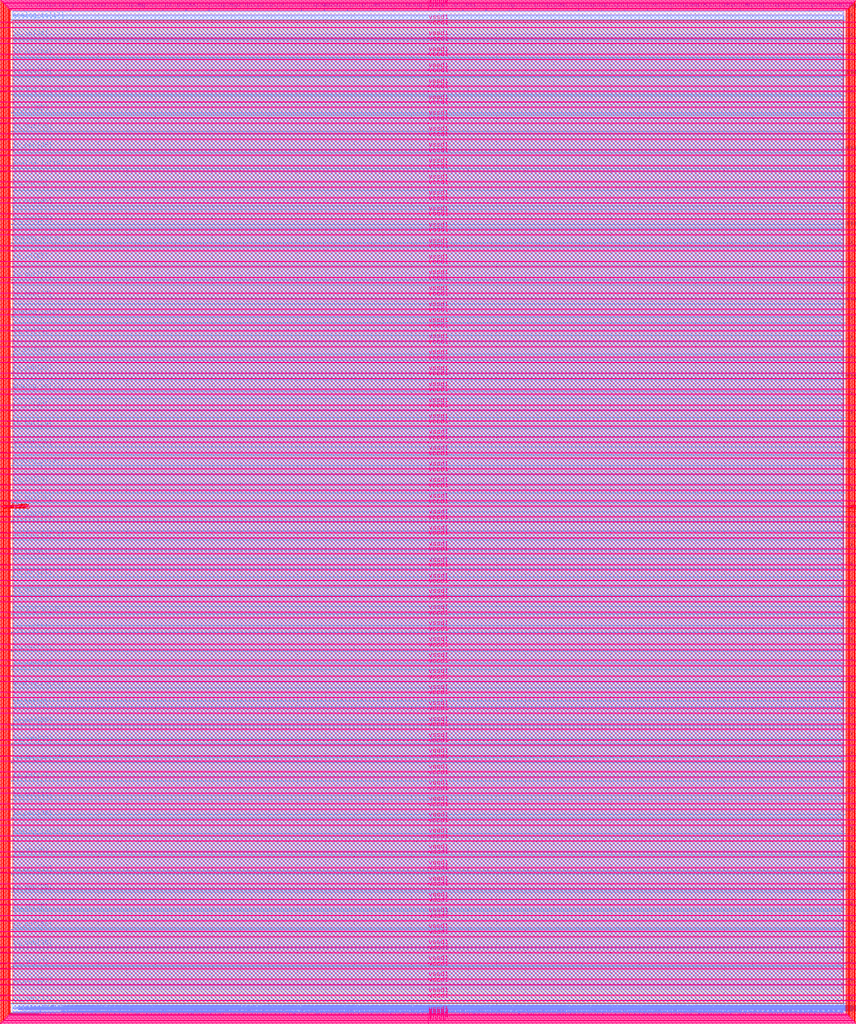
<source format=lef>
VERSION 5.7 ;
  NOWIREEXTENSIONATPIN ON ;
  DIVIDERCHAR "/" ;
  BUSBITCHARS "[]" ;
MACRO user_project_wrapper
  CLASS BLOCK ;
  FOREIGN user_project_wrapper ;
  ORIGIN 0.000 0.000 ;
  SIZE 2920.000 BY 3520.000 ;
  PIN analog_io[0]
    PORT
      LAYER met3 ;
        RECT 2917.600 1426.380 2924.800 1427.580 ;
    END
  END analog_io[0]
  PIN analog_io[10]
    PORT
      LAYER met2 ;
        RECT 2230.490 3517.600 2231.050 3524.800 ;
    END
  END analog_io[10]
  PIN analog_io[11]
    PORT
      LAYER met2 ;
        RECT 1905.730 3517.600 1906.290 3524.800 ;
    END
  END analog_io[11]
  PIN analog_io[12]
    PORT
      LAYER met2 ;
        RECT 1581.430 3517.600 1581.990 3524.800 ;
    END
  END analog_io[12]
  PIN analog_io[13]
    PORT
      LAYER met2 ;
        RECT 1257.130 3517.600 1257.690 3524.800 ;
    END
  END analog_io[13]
  PIN analog_io[14]
    PORT
      LAYER met2 ;
        RECT 932.370 3517.600 932.930 3524.800 ;
    END
  END analog_io[14]
  PIN analog_io[15]
    PORT
      LAYER met2 ;
        RECT 608.070 3517.600 608.630 3524.800 ;
    END
  END analog_io[15]
  PIN analog_io[16]
    PORT
      LAYER met2 ;
        RECT 283.770 3517.600 284.330 3524.800 ;
    END
  END analog_io[16]
  PIN analog_io[17]
    PORT
      LAYER met3 ;
        RECT -4.800 3486.100 2.400 3487.300 ;
    END
  END analog_io[17]
  PIN analog_io[18]
    PORT
      LAYER met3 ;
        RECT -4.800 3224.980 2.400 3226.180 ;
    END
  END analog_io[18]
  PIN analog_io[19]
    PORT
      LAYER met3 ;
        RECT -4.800 2964.540 2.400 2965.740 ;
    END
  END analog_io[19]
  PIN analog_io[1]
    PORT
      LAYER met3 ;
        RECT 2917.600 1692.260 2924.800 1693.460 ;
    END
  END analog_io[1]
  PIN analog_io[20]
    PORT
      LAYER met3 ;
        RECT -4.800 2703.420 2.400 2704.620 ;
    END
  END analog_io[20]
  PIN analog_io[21]
    PORT
      LAYER met3 ;
        RECT -4.800 2442.980 2.400 2444.180 ;
    END
  END analog_io[21]
  PIN analog_io[22]
    PORT
      LAYER met3 ;
        RECT -4.800 2182.540 2.400 2183.740 ;
    END
  END analog_io[22]
  PIN analog_io[23]
    PORT
      LAYER met3 ;
        RECT -4.800 1921.420 2.400 1922.620 ;
    END
  END analog_io[23]
  PIN analog_io[24]
    PORT
      LAYER met3 ;
        RECT -4.800 1660.980 2.400 1662.180 ;
    END
  END analog_io[24]
  PIN analog_io[25]
    PORT
      LAYER met3 ;
        RECT -4.800 1399.860 2.400 1401.060 ;
    END
  END analog_io[25]
  PIN analog_io[26]
    PORT
      LAYER met3 ;
        RECT -4.800 1139.420 2.400 1140.620 ;
    END
  END analog_io[26]
  PIN analog_io[27]
    PORT
      LAYER met3 ;
        RECT -4.800 878.980 2.400 880.180 ;
    END
  END analog_io[27]
  PIN analog_io[28]
    PORT
      LAYER met3 ;
        RECT -4.800 617.860 2.400 619.060 ;
    END
  END analog_io[28]
  PIN analog_io[2]
    PORT
      LAYER met3 ;
        RECT 2917.600 1958.140 2924.800 1959.340 ;
    END
  END analog_io[2]
  PIN analog_io[3]
    PORT
      LAYER met3 ;
        RECT 2917.600 2223.340 2924.800 2224.540 ;
    END
  END analog_io[3]
  PIN analog_io[4]
    PORT
      LAYER met3 ;
        RECT 2917.600 2489.220 2924.800 2490.420 ;
    END
  END analog_io[4]
  PIN analog_io[5]
    PORT
      LAYER met3 ;
        RECT 2917.600 2755.100 2924.800 2756.300 ;
    END
  END analog_io[5]
  PIN analog_io[6]
    PORT
      LAYER met3 ;
        RECT 2917.600 3020.300 2924.800 3021.500 ;
    END
  END analog_io[6]
  PIN analog_io[7]
    PORT
      LAYER met3 ;
        RECT 2917.600 3286.180 2924.800 3287.380 ;
    END
  END analog_io[7]
  PIN analog_io[8]
    PORT
      LAYER met2 ;
        RECT 2879.090 3517.600 2879.650 3524.800 ;
    END
  END analog_io[8]
  PIN analog_io[9]
    PORT
      LAYER met2 ;
        RECT 2554.790 3517.600 2555.350 3524.800 ;
    END
  END analog_io[9]
  PIN io_in[0]
    PORT
      LAYER met3 ;
        RECT 2917.600 32.380 2924.800 33.580 ;
    END
  END io_in[0]
  PIN io_in[10]
    PORT
      LAYER met3 ;
        RECT 2917.600 2289.980 2924.800 2291.180 ;
    END
  END io_in[10]
  PIN io_in[11]
    PORT
      LAYER met3 ;
        RECT 2917.600 2555.860 2924.800 2557.060 ;
    END
  END io_in[11]
  PIN io_in[12]
    PORT
      LAYER met3 ;
        RECT 2917.600 2821.060 2924.800 2822.260 ;
    END
  END io_in[12]
  PIN io_in[13]
    PORT
      LAYER met3 ;
        RECT 2917.600 3086.940 2924.800 3088.140 ;
    END
  END io_in[13]
  PIN io_in[14]
    PORT
      LAYER met3 ;
        RECT 2917.600 3352.820 2924.800 3354.020 ;
    END
  END io_in[14]
  PIN io_in[15]
    PORT
      LAYER met2 ;
        RECT 2798.130 3517.600 2798.690 3524.800 ;
    END
  END io_in[15]
  PIN io_in[16]
    PORT
      LAYER met2 ;
        RECT 2473.830 3517.600 2474.390 3524.800 ;
    END
  END io_in[16]
  PIN io_in[17]
    PORT
      LAYER met2 ;
        RECT 2149.070 3517.600 2149.630 3524.800 ;
    END
  END io_in[17]
  PIN io_in[18]
    PORT
      LAYER met2 ;
        RECT 1824.770 3517.600 1825.330 3524.800 ;
    END
  END io_in[18]
  PIN io_in[19]
    PORT
      LAYER met2 ;
        RECT 1500.470 3517.600 1501.030 3524.800 ;
    END
  END io_in[19]
  PIN io_in[1]
    PORT
      LAYER met3 ;
        RECT 2917.600 230.940 2924.800 232.140 ;
    END
  END io_in[1]
  PIN io_in[20]
    PORT
      LAYER met2 ;
        RECT 1175.710 3517.600 1176.270 3524.800 ;
    END
  END io_in[20]
  PIN io_in[21]
    PORT
      LAYER met2 ;
        RECT 851.410 3517.600 851.970 3524.800 ;
    END
  END io_in[21]
  PIN io_in[22]
    PORT
      LAYER met2 ;
        RECT 527.110 3517.600 527.670 3524.800 ;
    END
  END io_in[22]
  PIN io_in[23]
    PORT
      LAYER met2 ;
        RECT 202.350 3517.600 202.910 3524.800 ;
    END
  END io_in[23]
  PIN io_in[24]
    PORT
      LAYER met3 ;
        RECT -4.800 3420.820 2.400 3422.020 ;
    END
  END io_in[24]
  PIN io_in[25]
    PORT
      LAYER met3 ;
        RECT -4.800 3159.700 2.400 3160.900 ;
    END
  END io_in[25]
  PIN io_in[26]
    PORT
      LAYER met3 ;
        RECT -4.800 2899.260 2.400 2900.460 ;
    END
  END io_in[26]
  PIN io_in[27]
    PORT
      LAYER met3 ;
        RECT -4.800 2638.820 2.400 2640.020 ;
    END
  END io_in[27]
  PIN io_in[28]
    PORT
      LAYER met3 ;
        RECT -4.800 2377.700 2.400 2378.900 ;
    END
  END io_in[28]
  PIN io_in[29]
    PORT
      LAYER met3 ;
        RECT -4.800 2117.260 2.400 2118.460 ;
    END
  END io_in[29]
  PIN io_in[2]
    PORT
      LAYER met3 ;
        RECT 2917.600 430.180 2924.800 431.380 ;
    END
  END io_in[2]
  PIN io_in[30]
    PORT
      LAYER met3 ;
        RECT -4.800 1856.140 2.400 1857.340 ;
    END
  END io_in[30]
  PIN io_in[31]
    PORT
      LAYER met3 ;
        RECT -4.800 1595.700 2.400 1596.900 ;
    END
  END io_in[31]
  PIN io_in[32]
    PORT
      LAYER met3 ;
        RECT -4.800 1335.260 2.400 1336.460 ;
    END
  END io_in[32]
  PIN io_in[33]
    PORT
      LAYER met3 ;
        RECT -4.800 1074.140 2.400 1075.340 ;
    END
  END io_in[33]
  PIN io_in[34]
    PORT
      LAYER met3 ;
        RECT -4.800 813.700 2.400 814.900 ;
    END
  END io_in[34]
  PIN io_in[35]
    PORT
      LAYER met3 ;
        RECT -4.800 552.580 2.400 553.780 ;
    END
  END io_in[35]
  PIN io_in[36]
    PORT
      LAYER met3 ;
        RECT -4.800 357.420 2.400 358.620 ;
    END
  END io_in[36]
  PIN io_in[37]
    PORT
      LAYER met3 ;
        RECT -4.800 161.580 2.400 162.780 ;
    END
  END io_in[37]
  PIN io_in[3]
    PORT
      LAYER met3 ;
        RECT 2917.600 629.420 2924.800 630.620 ;
    END
  END io_in[3]
  PIN io_in[4]
    PORT
      LAYER met3 ;
        RECT 2917.600 828.660 2924.800 829.860 ;
    END
  END io_in[4]
  PIN io_in[5]
    PORT
      LAYER met3 ;
        RECT 2917.600 1027.900 2924.800 1029.100 ;
    END
  END io_in[5]
  PIN io_in[6]
    PORT
      LAYER met3 ;
        RECT 2917.600 1227.140 2924.800 1228.340 ;
    END
  END io_in[6]
  PIN io_in[7]
    PORT
      LAYER met3 ;
        RECT 2917.600 1493.020 2924.800 1494.220 ;
    END
  END io_in[7]
  PIN io_in[8]
    PORT
      LAYER met3 ;
        RECT 2917.600 1758.900 2924.800 1760.100 ;
    END
  END io_in[8]
  PIN io_in[9]
    PORT
      LAYER met3 ;
        RECT 2917.600 2024.100 2924.800 2025.300 ;
    END
  END io_in[9]
  PIN io_oeb[0]
    PORT
      LAYER met3 ;
        RECT 2917.600 164.980 2924.800 166.180 ;
    END
  END io_oeb[0]
  PIN io_oeb[10]
    PORT
      LAYER met3 ;
        RECT 2917.600 2422.580 2924.800 2423.780 ;
    END
  END io_oeb[10]
  PIN io_oeb[11]
    PORT
      LAYER met3 ;
        RECT 2917.600 2688.460 2924.800 2689.660 ;
    END
  END io_oeb[11]
  PIN io_oeb[12]
    PORT
      LAYER met3 ;
        RECT 2917.600 2954.340 2924.800 2955.540 ;
    END
  END io_oeb[12]
  PIN io_oeb[13]
    PORT
      LAYER met3 ;
        RECT 2917.600 3219.540 2924.800 3220.740 ;
    END
  END io_oeb[13]
  PIN io_oeb[14]
    PORT
      LAYER met3 ;
        RECT 2917.600 3485.420 2924.800 3486.620 ;
    END
  END io_oeb[14]
  PIN io_oeb[15]
    PORT
      LAYER met2 ;
        RECT 2635.750 3517.600 2636.310 3524.800 ;
    END
  END io_oeb[15]
  PIN io_oeb[16]
    PORT
      LAYER met2 ;
        RECT 2311.450 3517.600 2312.010 3524.800 ;
    END
  END io_oeb[16]
  PIN io_oeb[17]
    PORT
      LAYER met2 ;
        RECT 1987.150 3517.600 1987.710 3524.800 ;
    END
  END io_oeb[17]
  PIN io_oeb[18]
    PORT
      LAYER met2 ;
        RECT 1662.390 3517.600 1662.950 3524.800 ;
    END
  END io_oeb[18]
  PIN io_oeb[19]
    PORT
      LAYER met2 ;
        RECT 1338.090 3517.600 1338.650 3524.800 ;
    END
  END io_oeb[19]
  PIN io_oeb[1]
    PORT
      LAYER met3 ;
        RECT 2917.600 364.220 2924.800 365.420 ;
    END
  END io_oeb[1]
  PIN io_oeb[20]
    PORT
      LAYER met2 ;
        RECT 1013.790 3517.600 1014.350 3524.800 ;
    END
  END io_oeb[20]
  PIN io_oeb[21]
    PORT
      LAYER met2 ;
        RECT 689.030 3517.600 689.590 3524.800 ;
    END
  END io_oeb[21]
  PIN io_oeb[22]
    PORT
      LAYER met2 ;
        RECT 364.730 3517.600 365.290 3524.800 ;
    END
  END io_oeb[22]
  PIN io_oeb[23]
    PORT
      LAYER met2 ;
        RECT 40.430 3517.600 40.990 3524.800 ;
    END
  END io_oeb[23]
  PIN io_oeb[24]
    PORT
      LAYER met3 ;
        RECT -4.800 3290.260 2.400 3291.460 ;
    END
  END io_oeb[24]
  PIN io_oeb[25]
    PORT
      LAYER met3 ;
        RECT -4.800 3029.820 2.400 3031.020 ;
    END
  END io_oeb[25]
  PIN io_oeb[26]
    PORT
      LAYER met3 ;
        RECT -4.800 2768.700 2.400 2769.900 ;
    END
  END io_oeb[26]
  PIN io_oeb[27]
    PORT
      LAYER met3 ;
        RECT -4.800 2508.260 2.400 2509.460 ;
    END
  END io_oeb[27]
  PIN io_oeb[28]
    PORT
      LAYER met3 ;
        RECT -4.800 2247.140 2.400 2248.340 ;
    END
  END io_oeb[28]
  PIN io_oeb[29]
    PORT
      LAYER met3 ;
        RECT -4.800 1986.700 2.400 1987.900 ;
    END
  END io_oeb[29]
  PIN io_oeb[2]
    PORT
      LAYER met3 ;
        RECT 2917.600 563.460 2924.800 564.660 ;
    END
  END io_oeb[2]
  PIN io_oeb[30]
    PORT
      LAYER met3 ;
        RECT -4.800 1726.260 2.400 1727.460 ;
    END
  END io_oeb[30]
  PIN io_oeb[31]
    PORT
      LAYER met3 ;
        RECT -4.800 1465.140 2.400 1466.340 ;
    END
  END io_oeb[31]
  PIN io_oeb[32]
    PORT
      LAYER met3 ;
        RECT -4.800 1204.700 2.400 1205.900 ;
    END
  END io_oeb[32]
  PIN io_oeb[33]
    PORT
      LAYER met3 ;
        RECT -4.800 943.580 2.400 944.780 ;
    END
  END io_oeb[33]
  PIN io_oeb[34]
    PORT
      LAYER met3 ;
        RECT -4.800 683.140 2.400 684.340 ;
    END
  END io_oeb[34]
  PIN io_oeb[35]
    PORT
      LAYER met3 ;
        RECT -4.800 422.700 2.400 423.900 ;
    END
  END io_oeb[35]
  PIN io_oeb[36]
    PORT
      LAYER met3 ;
        RECT -4.800 226.860 2.400 228.060 ;
    END
  END io_oeb[36]
  PIN io_oeb[37]
    PORT
      LAYER met3 ;
        RECT -4.800 31.700 2.400 32.900 ;
    END
  END io_oeb[37]
  PIN io_oeb[3]
    PORT
      LAYER met3 ;
        RECT 2917.600 762.700 2924.800 763.900 ;
    END
  END io_oeb[3]
  PIN io_oeb[4]
    PORT
      LAYER met3 ;
        RECT 2917.600 961.940 2924.800 963.140 ;
    END
  END io_oeb[4]
  PIN io_oeb[5]
    PORT
      LAYER met3 ;
        RECT 2917.600 1161.180 2924.800 1162.380 ;
    END
  END io_oeb[5]
  PIN io_oeb[6]
    PORT
      LAYER met3 ;
        RECT 2917.600 1360.420 2924.800 1361.620 ;
    END
  END io_oeb[6]
  PIN io_oeb[7]
    PORT
      LAYER met3 ;
        RECT 2917.600 1625.620 2924.800 1626.820 ;
    END
  END io_oeb[7]
  PIN io_oeb[8]
    PORT
      LAYER met3 ;
        RECT 2917.600 1891.500 2924.800 1892.700 ;
    END
  END io_oeb[8]
  PIN io_oeb[9]
    PORT
      LAYER met3 ;
        RECT 2917.600 2157.380 2924.800 2158.580 ;
    END
  END io_oeb[9]
  PIN io_out[0]
    PORT
      LAYER met3 ;
        RECT 2917.600 98.340 2924.800 99.540 ;
    END
  END io_out[0]
  PIN io_out[10]
    PORT
      LAYER met3 ;
        RECT 2917.600 2356.620 2924.800 2357.820 ;
    END
  END io_out[10]
  PIN io_out[11]
    PORT
      LAYER met3 ;
        RECT 2917.600 2621.820 2924.800 2623.020 ;
    END
  END io_out[11]
  PIN io_out[12]
    PORT
      LAYER met3 ;
        RECT 2917.600 2887.700 2924.800 2888.900 ;
    END
  END io_out[12]
  PIN io_out[13]
    PORT
      LAYER met3 ;
        RECT 2917.600 3153.580 2924.800 3154.780 ;
    END
  END io_out[13]
  PIN io_out[14]
    PORT
      LAYER met3 ;
        RECT 2917.600 3418.780 2924.800 3419.980 ;
    END
  END io_out[14]
  PIN io_out[15]
    PORT
      LAYER met2 ;
        RECT 2717.170 3517.600 2717.730 3524.800 ;
    END
  END io_out[15]
  PIN io_out[16]
    PORT
      LAYER met2 ;
        RECT 2392.410 3517.600 2392.970 3524.800 ;
    END
  END io_out[16]
  PIN io_out[17]
    PORT
      LAYER met2 ;
        RECT 2068.110 3517.600 2068.670 3524.800 ;
    END
  END io_out[17]
  PIN io_out[18]
    PORT
      LAYER met2 ;
        RECT 1743.810 3517.600 1744.370 3524.800 ;
    END
  END io_out[18]
  PIN io_out[19]
    PORT
      LAYER met2 ;
        RECT 1419.050 3517.600 1419.610 3524.800 ;
    END
  END io_out[19]
  PIN io_out[1]
    PORT
      LAYER met3 ;
        RECT 2917.600 297.580 2924.800 298.780 ;
    END
  END io_out[1]
  PIN io_out[20]
    PORT
      LAYER met2 ;
        RECT 1094.750 3517.600 1095.310 3524.800 ;
    END
  END io_out[20]
  PIN io_out[21]
    PORT
      LAYER met2 ;
        RECT 770.450 3517.600 771.010 3524.800 ;
    END
  END io_out[21]
  PIN io_out[22]
    PORT
      LAYER met2 ;
        RECT 445.690 3517.600 446.250 3524.800 ;
    END
  END io_out[22]
  PIN io_out[23]
    PORT
      LAYER met2 ;
        RECT 121.390 3517.600 121.950 3524.800 ;
    END
  END io_out[23]
  PIN io_out[24]
    PORT
      LAYER met3 ;
        RECT -4.800 3355.540 2.400 3356.740 ;
    END
  END io_out[24]
  PIN io_out[25]
    PORT
      LAYER met3 ;
        RECT -4.800 3095.100 2.400 3096.300 ;
    END
  END io_out[25]
  PIN io_out[26]
    PORT
      LAYER met3 ;
        RECT -4.800 2833.980 2.400 2835.180 ;
    END
  END io_out[26]
  PIN io_out[27]
    PORT
      LAYER met3 ;
        RECT -4.800 2573.540 2.400 2574.740 ;
    END
  END io_out[27]
  PIN io_out[28]
    PORT
      LAYER met3 ;
        RECT -4.800 2312.420 2.400 2313.620 ;
    END
  END io_out[28]
  PIN io_out[29]
    PORT
      LAYER met3 ;
        RECT -4.800 2051.980 2.400 2053.180 ;
    END
  END io_out[29]
  PIN io_out[2]
    PORT
      LAYER met3 ;
        RECT 2917.600 496.820 2924.800 498.020 ;
    END
  END io_out[2]
  PIN io_out[30]
    PORT
      LAYER met3 ;
        RECT -4.800 1791.540 2.400 1792.740 ;
    END
  END io_out[30]
  PIN io_out[31]
    PORT
      LAYER met3 ;
        RECT -4.800 1530.420 2.400 1531.620 ;
    END
  END io_out[31]
  PIN io_out[32]
    PORT
      LAYER met3 ;
        RECT -4.800 1269.980 2.400 1271.180 ;
    END
  END io_out[32]
  PIN io_out[33]
    PORT
      LAYER met3 ;
        RECT -4.800 1008.860 2.400 1010.060 ;
    END
  END io_out[33]
  PIN io_out[34]
    PORT
      LAYER met3 ;
        RECT -4.800 748.420 2.400 749.620 ;
    END
  END io_out[34]
  PIN io_out[35]
    PORT
      LAYER met3 ;
        RECT -4.800 487.300 2.400 488.500 ;
    END
  END io_out[35]
  PIN io_out[36]
    PORT
      LAYER met3 ;
        RECT -4.800 292.140 2.400 293.340 ;
    END
  END io_out[36]
  PIN io_out[37]
    PORT
      LAYER met3 ;
        RECT -4.800 96.300 2.400 97.500 ;
    END
  END io_out[37]
  PIN io_out[3]
    PORT
      LAYER met3 ;
        RECT 2917.600 696.060 2924.800 697.260 ;
    END
  END io_out[3]
  PIN io_out[4]
    PORT
      LAYER met3 ;
        RECT 2917.600 895.300 2924.800 896.500 ;
    END
  END io_out[4]
  PIN io_out[5]
    PORT
      LAYER met3 ;
        RECT 2917.600 1094.540 2924.800 1095.740 ;
    END
  END io_out[5]
  PIN io_out[6]
    PORT
      LAYER met3 ;
        RECT 2917.600 1293.780 2924.800 1294.980 ;
    END
  END io_out[6]
  PIN io_out[7]
    PORT
      LAYER met3 ;
        RECT 2917.600 1559.660 2924.800 1560.860 ;
    END
  END io_out[7]
  PIN io_out[8]
    PORT
      LAYER met3 ;
        RECT 2917.600 1824.860 2924.800 1826.060 ;
    END
  END io_out[8]
  PIN io_out[9]
    PORT
      LAYER met3 ;
        RECT 2917.600 2090.740 2924.800 2091.940 ;
    END
  END io_out[9]
  PIN la_data_in[0]
    PORT
      LAYER met2 ;
        RECT 629.230 -4.800 629.790 2.400 ;
    END
  END la_data_in[0]
  PIN la_data_in[100]
    PORT
      LAYER met2 ;
        RECT 2402.530 -4.800 2403.090 2.400 ;
    END
  END la_data_in[100]
  PIN la_data_in[101]
    PORT
      LAYER met2 ;
        RECT 2420.010 -4.800 2420.570 2.400 ;
    END
  END la_data_in[101]
  PIN la_data_in[102]
    PORT
      LAYER met2 ;
        RECT 2437.950 -4.800 2438.510 2.400 ;
    END
  END la_data_in[102]
  PIN la_data_in[103]
    PORT
      LAYER met2 ;
        RECT 2455.430 -4.800 2455.990 2.400 ;
    END
  END la_data_in[103]
  PIN la_data_in[104]
    PORT
      LAYER met2 ;
        RECT 2473.370 -4.800 2473.930 2.400 ;
    END
  END la_data_in[104]
  PIN la_data_in[105]
    PORT
      LAYER met2 ;
        RECT 2490.850 -4.800 2491.410 2.400 ;
    END
  END la_data_in[105]
  PIN la_data_in[106]
    PORT
      LAYER met2 ;
        RECT 2508.790 -4.800 2509.350 2.400 ;
    END
  END la_data_in[106]
  PIN la_data_in[107]
    PORT
      LAYER met2 ;
        RECT 2526.730 -4.800 2527.290 2.400 ;
    END
  END la_data_in[107]
  PIN la_data_in[108]
    PORT
      LAYER met2 ;
        RECT 2544.210 -4.800 2544.770 2.400 ;
    END
  END la_data_in[108]
  PIN la_data_in[109]
    PORT
      LAYER met2 ;
        RECT 2562.150 -4.800 2562.710 2.400 ;
    END
  END la_data_in[109]
  PIN la_data_in[10]
    PORT
      LAYER met2 ;
        RECT 806.330 -4.800 806.890 2.400 ;
    END
  END la_data_in[10]
  PIN la_data_in[110]
    PORT
      LAYER met2 ;
        RECT 2579.630 -4.800 2580.190 2.400 ;
    END
  END la_data_in[110]
  PIN la_data_in[111]
    PORT
      LAYER met2 ;
        RECT 2597.570 -4.800 2598.130 2.400 ;
    END
  END la_data_in[111]
  PIN la_data_in[112]
    PORT
      LAYER met2 ;
        RECT 2615.050 -4.800 2615.610 2.400 ;
    END
  END la_data_in[112]
  PIN la_data_in[113]
    PORT
      LAYER met2 ;
        RECT 2632.990 -4.800 2633.550 2.400 ;
    END
  END la_data_in[113]
  PIN la_data_in[114]
    PORT
      LAYER met2 ;
        RECT 2650.470 -4.800 2651.030 2.400 ;
    END
  END la_data_in[114]
  PIN la_data_in[115]
    PORT
      LAYER met2 ;
        RECT 2668.410 -4.800 2668.970 2.400 ;
    END
  END la_data_in[115]
  PIN la_data_in[116]
    PORT
      LAYER met2 ;
        RECT 2685.890 -4.800 2686.450 2.400 ;
    END
  END la_data_in[116]
  PIN la_data_in[117]
    PORT
      LAYER met2 ;
        RECT 2703.830 -4.800 2704.390 2.400 ;
    END
  END la_data_in[117]
  PIN la_data_in[118]
    PORT
      LAYER met2 ;
        RECT 2721.770 -4.800 2722.330 2.400 ;
    END
  END la_data_in[118]
  PIN la_data_in[119]
    PORT
      LAYER met2 ;
        RECT 2739.250 -4.800 2739.810 2.400 ;
    END
  END la_data_in[119]
  PIN la_data_in[11]
    PORT
      LAYER met2 ;
        RECT 824.270 -4.800 824.830 2.400 ;
    END
  END la_data_in[11]
  PIN la_data_in[120]
    PORT
      LAYER met2 ;
        RECT 2757.190 -4.800 2757.750 2.400 ;
    END
  END la_data_in[120]
  PIN la_data_in[121]
    PORT
      LAYER met2 ;
        RECT 2774.670 -4.800 2775.230 2.400 ;
    END
  END la_data_in[121]
  PIN la_data_in[122]
    PORT
      LAYER met2 ;
        RECT 2792.610 -4.800 2793.170 2.400 ;
    END
  END la_data_in[122]
  PIN la_data_in[123]
    PORT
      LAYER met2 ;
        RECT 2810.090 -4.800 2810.650 2.400 ;
    END
  END la_data_in[123]
  PIN la_data_in[124]
    PORT
      LAYER met2 ;
        RECT 2828.030 -4.800 2828.590 2.400 ;
    END
  END la_data_in[124]
  PIN la_data_in[125]
    PORT
      LAYER met2 ;
        RECT 2845.510 -4.800 2846.070 2.400 ;
    END
  END la_data_in[125]
  PIN la_data_in[126]
    PORT
      LAYER met2 ;
        RECT 2863.450 -4.800 2864.010 2.400 ;
    END
  END la_data_in[126]
  PIN la_data_in[127]
    PORT
      LAYER met2 ;
        RECT 2881.390 -4.800 2881.950 2.400 ;
    END
  END la_data_in[127]
  PIN la_data_in[12]
    PORT
      LAYER met2 ;
        RECT 841.750 -4.800 842.310 2.400 ;
    END
  END la_data_in[12]
  PIN la_data_in[13]
    PORT
      LAYER met2 ;
        RECT 859.690 -4.800 860.250 2.400 ;
    END
  END la_data_in[13]
  PIN la_data_in[14]
    PORT
      LAYER met2 ;
        RECT 877.170 -4.800 877.730 2.400 ;
    END
  END la_data_in[14]
  PIN la_data_in[15]
    PORT
      LAYER met2 ;
        RECT 895.110 -4.800 895.670 2.400 ;
    END
  END la_data_in[15]
  PIN la_data_in[16]
    PORT
      LAYER met2 ;
        RECT 912.590 -4.800 913.150 2.400 ;
    END
  END la_data_in[16]
  PIN la_data_in[17]
    PORT
      LAYER met2 ;
        RECT 930.530 -4.800 931.090 2.400 ;
    END
  END la_data_in[17]
  PIN la_data_in[18]
    PORT
      LAYER met2 ;
        RECT 948.470 -4.800 949.030 2.400 ;
    END
  END la_data_in[18]
  PIN la_data_in[19]
    PORT
      LAYER met2 ;
        RECT 965.950 -4.800 966.510 2.400 ;
    END
  END la_data_in[19]
  PIN la_data_in[1]
    PORT
      LAYER met2 ;
        RECT 646.710 -4.800 647.270 2.400 ;
    END
  END la_data_in[1]
  PIN la_data_in[20]
    PORT
      LAYER met2 ;
        RECT 983.890 -4.800 984.450 2.400 ;
    END
  END la_data_in[20]
  PIN la_data_in[21]
    PORT
      LAYER met2 ;
        RECT 1001.370 -4.800 1001.930 2.400 ;
    END
  END la_data_in[21]
  PIN la_data_in[22]
    PORT
      LAYER met2 ;
        RECT 1019.310 -4.800 1019.870 2.400 ;
    END
  END la_data_in[22]
  PIN la_data_in[23]
    PORT
      LAYER met2 ;
        RECT 1036.790 -4.800 1037.350 2.400 ;
    END
  END la_data_in[23]
  PIN la_data_in[24]
    PORT
      LAYER met2 ;
        RECT 1054.730 -4.800 1055.290 2.400 ;
    END
  END la_data_in[24]
  PIN la_data_in[25]
    PORT
      LAYER met2 ;
        RECT 1072.210 -4.800 1072.770 2.400 ;
    END
  END la_data_in[25]
  PIN la_data_in[26]
    PORT
      LAYER met2 ;
        RECT 1090.150 -4.800 1090.710 2.400 ;
    END
  END la_data_in[26]
  PIN la_data_in[27]
    PORT
      LAYER met2 ;
        RECT 1107.630 -4.800 1108.190 2.400 ;
    END
  END la_data_in[27]
  PIN la_data_in[28]
    PORT
      LAYER met2 ;
        RECT 1125.570 -4.800 1126.130 2.400 ;
    END
  END la_data_in[28]
  PIN la_data_in[29]
    PORT
      LAYER met2 ;
        RECT 1143.510 -4.800 1144.070 2.400 ;
    END
  END la_data_in[29]
  PIN la_data_in[2]
    PORT
      LAYER met2 ;
        RECT 664.650 -4.800 665.210 2.400 ;
    END
  END la_data_in[2]
  PIN la_data_in[30]
    PORT
      LAYER met2 ;
        RECT 1160.990 -4.800 1161.550 2.400 ;
    END
  END la_data_in[30]
  PIN la_data_in[31]
    PORT
      LAYER met2 ;
        RECT 1178.930 -4.800 1179.490 2.400 ;
    END
  END la_data_in[31]
  PIN la_data_in[32]
    PORT
      LAYER met2 ;
        RECT 1196.410 -4.800 1196.970 2.400 ;
    END
  END la_data_in[32]
  PIN la_data_in[33]
    PORT
      LAYER met2 ;
        RECT 1214.350 -4.800 1214.910 2.400 ;
    END
  END la_data_in[33]
  PIN la_data_in[34]
    PORT
      LAYER met2 ;
        RECT 1231.830 -4.800 1232.390 2.400 ;
    END
  END la_data_in[34]
  PIN la_data_in[35]
    PORT
      LAYER met2 ;
        RECT 1249.770 -4.800 1250.330 2.400 ;
    END
  END la_data_in[35]
  PIN la_data_in[36]
    PORT
      LAYER met2 ;
        RECT 1267.250 -4.800 1267.810 2.400 ;
    END
  END la_data_in[36]
  PIN la_data_in[37]
    PORT
      LAYER met2 ;
        RECT 1285.190 -4.800 1285.750 2.400 ;
    END
  END la_data_in[37]
  PIN la_data_in[38]
    PORT
      LAYER met2 ;
        RECT 1303.130 -4.800 1303.690 2.400 ;
    END
  END la_data_in[38]
  PIN la_data_in[39]
    PORT
      LAYER met2 ;
        RECT 1320.610 -4.800 1321.170 2.400 ;
    END
  END la_data_in[39]
  PIN la_data_in[3]
    PORT
      LAYER met2 ;
        RECT 682.130 -4.800 682.690 2.400 ;
    END
  END la_data_in[3]
  PIN la_data_in[40]
    PORT
      LAYER met2 ;
        RECT 1338.550 -4.800 1339.110 2.400 ;
    END
  END la_data_in[40]
  PIN la_data_in[41]
    PORT
      LAYER met2 ;
        RECT 1356.030 -4.800 1356.590 2.400 ;
    END
  END la_data_in[41]
  PIN la_data_in[42]
    PORT
      LAYER met2 ;
        RECT 1373.970 -4.800 1374.530 2.400 ;
    END
  END la_data_in[42]
  PIN la_data_in[43]
    PORT
      LAYER met2 ;
        RECT 1391.450 -4.800 1392.010 2.400 ;
    END
  END la_data_in[43]
  PIN la_data_in[44]
    PORT
      LAYER met2 ;
        RECT 1409.390 -4.800 1409.950 2.400 ;
    END
  END la_data_in[44]
  PIN la_data_in[45]
    PORT
      LAYER met2 ;
        RECT 1426.870 -4.800 1427.430 2.400 ;
    END
  END la_data_in[45]
  PIN la_data_in[46]
    PORT
      LAYER met2 ;
        RECT 1444.810 -4.800 1445.370 2.400 ;
    END
  END la_data_in[46]
  PIN la_data_in[47]
    PORT
      LAYER met2 ;
        RECT 1462.750 -4.800 1463.310 2.400 ;
    END
  END la_data_in[47]
  PIN la_data_in[48]
    PORT
      LAYER met2 ;
        RECT 1480.230 -4.800 1480.790 2.400 ;
    END
  END la_data_in[48]
  PIN la_data_in[49]
    PORT
      LAYER met2 ;
        RECT 1498.170 -4.800 1498.730 2.400 ;
    END
  END la_data_in[49]
  PIN la_data_in[4]
    PORT
      LAYER met2 ;
        RECT 700.070 -4.800 700.630 2.400 ;
    END
  END la_data_in[4]
  PIN la_data_in[50]
    PORT
      LAYER met2 ;
        RECT 1515.650 -4.800 1516.210 2.400 ;
    END
  END la_data_in[50]
  PIN la_data_in[51]
    PORT
      LAYER met2 ;
        RECT 1533.590 -4.800 1534.150 2.400 ;
    END
  END la_data_in[51]
  PIN la_data_in[52]
    PORT
      LAYER met2 ;
        RECT 1551.070 -4.800 1551.630 2.400 ;
    END
  END la_data_in[52]
  PIN la_data_in[53]
    PORT
      LAYER met2 ;
        RECT 1569.010 -4.800 1569.570 2.400 ;
    END
  END la_data_in[53]
  PIN la_data_in[54]
    PORT
      LAYER met2 ;
        RECT 1586.490 -4.800 1587.050 2.400 ;
    END
  END la_data_in[54]
  PIN la_data_in[55]
    PORT
      LAYER met2 ;
        RECT 1604.430 -4.800 1604.990 2.400 ;
    END
  END la_data_in[55]
  PIN la_data_in[56]
    PORT
      LAYER met2 ;
        RECT 1621.910 -4.800 1622.470 2.400 ;
    END
  END la_data_in[56]
  PIN la_data_in[57]
    PORT
      LAYER met2 ;
        RECT 1639.850 -4.800 1640.410 2.400 ;
    END
  END la_data_in[57]
  PIN la_data_in[58]
    PORT
      LAYER met2 ;
        RECT 1657.790 -4.800 1658.350 2.400 ;
    END
  END la_data_in[58]
  PIN la_data_in[59]
    PORT
      LAYER met2 ;
        RECT 1675.270 -4.800 1675.830 2.400 ;
    END
  END la_data_in[59]
  PIN la_data_in[5]
    PORT
      LAYER met2 ;
        RECT 717.550 -4.800 718.110 2.400 ;
    END
  END la_data_in[5]
  PIN la_data_in[60]
    PORT
      LAYER met2 ;
        RECT 1693.210 -4.800 1693.770 2.400 ;
    END
  END la_data_in[60]
  PIN la_data_in[61]
    PORT
      LAYER met2 ;
        RECT 1710.690 -4.800 1711.250 2.400 ;
    END
  END la_data_in[61]
  PIN la_data_in[62]
    PORT
      LAYER met2 ;
        RECT 1728.630 -4.800 1729.190 2.400 ;
    END
  END la_data_in[62]
  PIN la_data_in[63]
    PORT
      LAYER met2 ;
        RECT 1746.110 -4.800 1746.670 2.400 ;
    END
  END la_data_in[63]
  PIN la_data_in[64]
    PORT
      LAYER met2 ;
        RECT 1764.050 -4.800 1764.610 2.400 ;
    END
  END la_data_in[64]
  PIN la_data_in[65]
    PORT
      LAYER met2 ;
        RECT 1781.530 -4.800 1782.090 2.400 ;
    END
  END la_data_in[65]
  PIN la_data_in[66]
    PORT
      LAYER met2 ;
        RECT 1799.470 -4.800 1800.030 2.400 ;
    END
  END la_data_in[66]
  PIN la_data_in[67]
    PORT
      LAYER met2 ;
        RECT 1817.410 -4.800 1817.970 2.400 ;
    END
  END la_data_in[67]
  PIN la_data_in[68]
    PORT
      LAYER met2 ;
        RECT 1834.890 -4.800 1835.450 2.400 ;
    END
  END la_data_in[68]
  PIN la_data_in[69]
    PORT
      LAYER met2 ;
        RECT 1852.830 -4.800 1853.390 2.400 ;
    END
  END la_data_in[69]
  PIN la_data_in[6]
    PORT
      LAYER met2 ;
        RECT 735.490 -4.800 736.050 2.400 ;
    END
  END la_data_in[6]
  PIN la_data_in[70]
    PORT
      LAYER met2 ;
        RECT 1870.310 -4.800 1870.870 2.400 ;
    END
  END la_data_in[70]
  PIN la_data_in[71]
    PORT
      LAYER met2 ;
        RECT 1888.250 -4.800 1888.810 2.400 ;
    END
  END la_data_in[71]
  PIN la_data_in[72]
    PORT
      LAYER met2 ;
        RECT 1905.730 -4.800 1906.290 2.400 ;
    END
  END la_data_in[72]
  PIN la_data_in[73]
    PORT
      LAYER met2 ;
        RECT 1923.670 -4.800 1924.230 2.400 ;
    END
  END la_data_in[73]
  PIN la_data_in[74]
    PORT
      LAYER met2 ;
        RECT 1941.150 -4.800 1941.710 2.400 ;
    END
  END la_data_in[74]
  PIN la_data_in[75]
    PORT
      LAYER met2 ;
        RECT 1959.090 -4.800 1959.650 2.400 ;
    END
  END la_data_in[75]
  PIN la_data_in[76]
    PORT
      LAYER met2 ;
        RECT 1976.570 -4.800 1977.130 2.400 ;
    END
  END la_data_in[76]
  PIN la_data_in[77]
    PORT
      LAYER met2 ;
        RECT 1994.510 -4.800 1995.070 2.400 ;
    END
  END la_data_in[77]
  PIN la_data_in[78]
    PORT
      LAYER met2 ;
        RECT 2012.450 -4.800 2013.010 2.400 ;
    END
  END la_data_in[78]
  PIN la_data_in[79]
    PORT
      LAYER met2 ;
        RECT 2029.930 -4.800 2030.490 2.400 ;
    END
  END la_data_in[79]
  PIN la_data_in[7]
    PORT
      LAYER met2 ;
        RECT 752.970 -4.800 753.530 2.400 ;
    END
  END la_data_in[7]
  PIN la_data_in[80]
    PORT
      LAYER met2 ;
        RECT 2047.870 -4.800 2048.430 2.400 ;
    END
  END la_data_in[80]
  PIN la_data_in[81]
    PORT
      LAYER met2 ;
        RECT 2065.350 -4.800 2065.910 2.400 ;
    END
  END la_data_in[81]
  PIN la_data_in[82]
    PORT
      LAYER met2 ;
        RECT 2083.290 -4.800 2083.850 2.400 ;
    END
  END la_data_in[82]
  PIN la_data_in[83]
    PORT
      LAYER met2 ;
        RECT 2100.770 -4.800 2101.330 2.400 ;
    END
  END la_data_in[83]
  PIN la_data_in[84]
    PORT
      LAYER met2 ;
        RECT 2118.710 -4.800 2119.270 2.400 ;
    END
  END la_data_in[84]
  PIN la_data_in[85]
    PORT
      LAYER met2 ;
        RECT 2136.190 -4.800 2136.750 2.400 ;
    END
  END la_data_in[85]
  PIN la_data_in[86]
    PORT
      LAYER met2 ;
        RECT 2154.130 -4.800 2154.690 2.400 ;
    END
  END la_data_in[86]
  PIN la_data_in[87]
    PORT
      LAYER met2 ;
        RECT 2172.070 -4.800 2172.630 2.400 ;
    END
  END la_data_in[87]
  PIN la_data_in[88]
    PORT
      LAYER met2 ;
        RECT 2189.550 -4.800 2190.110 2.400 ;
    END
  END la_data_in[88]
  PIN la_data_in[89]
    PORT
      LAYER met2 ;
        RECT 2207.490 -4.800 2208.050 2.400 ;
    END
  END la_data_in[89]
  PIN la_data_in[8]
    PORT
      LAYER met2 ;
        RECT 770.910 -4.800 771.470 2.400 ;
    END
  END la_data_in[8]
  PIN la_data_in[90]
    PORT
      LAYER met2 ;
        RECT 2224.970 -4.800 2225.530 2.400 ;
    END
  END la_data_in[90]
  PIN la_data_in[91]
    PORT
      LAYER met2 ;
        RECT 2242.910 -4.800 2243.470 2.400 ;
    END
  END la_data_in[91]
  PIN la_data_in[92]
    PORT
      LAYER met2 ;
        RECT 2260.390 -4.800 2260.950 2.400 ;
    END
  END la_data_in[92]
  PIN la_data_in[93]
    PORT
      LAYER met2 ;
        RECT 2278.330 -4.800 2278.890 2.400 ;
    END
  END la_data_in[93]
  PIN la_data_in[94]
    PORT
      LAYER met2 ;
        RECT 2295.810 -4.800 2296.370 2.400 ;
    END
  END la_data_in[94]
  PIN la_data_in[95]
    PORT
      LAYER met2 ;
        RECT 2313.750 -4.800 2314.310 2.400 ;
    END
  END la_data_in[95]
  PIN la_data_in[96]
    PORT
      LAYER met2 ;
        RECT 2331.230 -4.800 2331.790 2.400 ;
    END
  END la_data_in[96]
  PIN la_data_in[97]
    PORT
      LAYER met2 ;
        RECT 2349.170 -4.800 2349.730 2.400 ;
    END
  END la_data_in[97]
  PIN la_data_in[98]
    PORT
      LAYER met2 ;
        RECT 2367.110 -4.800 2367.670 2.400 ;
    END
  END la_data_in[98]
  PIN la_data_in[99]
    PORT
      LAYER met2 ;
        RECT 2384.590 -4.800 2385.150 2.400 ;
    END
  END la_data_in[99]
  PIN la_data_in[9]
    PORT
      LAYER met2 ;
        RECT 788.850 -4.800 789.410 2.400 ;
    END
  END la_data_in[9]
  PIN la_data_out[0]
    PORT
      LAYER met2 ;
        RECT 634.750 -4.800 635.310 2.400 ;
    END
  END la_data_out[0]
  PIN la_data_out[100]
    PORT
      LAYER met2 ;
        RECT 2408.510 -4.800 2409.070 2.400 ;
    END
  END la_data_out[100]
  PIN la_data_out[101]
    PORT
      LAYER met2 ;
        RECT 2425.990 -4.800 2426.550 2.400 ;
    END
  END la_data_out[101]
  PIN la_data_out[102]
    PORT
      LAYER met2 ;
        RECT 2443.930 -4.800 2444.490 2.400 ;
    END
  END la_data_out[102]
  PIN la_data_out[103]
    PORT
      LAYER met2 ;
        RECT 2461.410 -4.800 2461.970 2.400 ;
    END
  END la_data_out[103]
  PIN la_data_out[104]
    PORT
      LAYER met2 ;
        RECT 2479.350 -4.800 2479.910 2.400 ;
    END
  END la_data_out[104]
  PIN la_data_out[105]
    PORT
      LAYER met2 ;
        RECT 2496.830 -4.800 2497.390 2.400 ;
    END
  END la_data_out[105]
  PIN la_data_out[106]
    PORT
      LAYER met2 ;
        RECT 2514.770 -4.800 2515.330 2.400 ;
    END
  END la_data_out[106]
  PIN la_data_out[107]
    PORT
      LAYER met2 ;
        RECT 2532.250 -4.800 2532.810 2.400 ;
    END
  END la_data_out[107]
  PIN la_data_out[108]
    PORT
      LAYER met2 ;
        RECT 2550.190 -4.800 2550.750 2.400 ;
    END
  END la_data_out[108]
  PIN la_data_out[109]
    PORT
      LAYER met2 ;
        RECT 2567.670 -4.800 2568.230 2.400 ;
    END
  END la_data_out[109]
  PIN la_data_out[10]
    PORT
      LAYER met2 ;
        RECT 812.310 -4.800 812.870 2.400 ;
    END
  END la_data_out[10]
  PIN la_data_out[110]
    PORT
      LAYER met2 ;
        RECT 2585.610 -4.800 2586.170 2.400 ;
    END
  END la_data_out[110]
  PIN la_data_out[111]
    PORT
      LAYER met2 ;
        RECT 2603.550 -4.800 2604.110 2.400 ;
    END
  END la_data_out[111]
  PIN la_data_out[112]
    PORT
      LAYER met2 ;
        RECT 2621.030 -4.800 2621.590 2.400 ;
    END
  END la_data_out[112]
  PIN la_data_out[113]
    PORT
      LAYER met2 ;
        RECT 2638.970 -4.800 2639.530 2.400 ;
    END
  END la_data_out[113]
  PIN la_data_out[114]
    PORT
      LAYER met2 ;
        RECT 2656.450 -4.800 2657.010 2.400 ;
    END
  END la_data_out[114]
  PIN la_data_out[115]
    PORT
      LAYER met2 ;
        RECT 2674.390 -4.800 2674.950 2.400 ;
    END
  END la_data_out[115]
  PIN la_data_out[116]
    PORT
      LAYER met2 ;
        RECT 2691.870 -4.800 2692.430 2.400 ;
    END
  END la_data_out[116]
  PIN la_data_out[117]
    PORT
      LAYER met2 ;
        RECT 2709.810 -4.800 2710.370 2.400 ;
    END
  END la_data_out[117]
  PIN la_data_out[118]
    PORT
      LAYER met2 ;
        RECT 2727.290 -4.800 2727.850 2.400 ;
    END
  END la_data_out[118]
  PIN la_data_out[119]
    PORT
      LAYER met2 ;
        RECT 2745.230 -4.800 2745.790 2.400 ;
    END
  END la_data_out[119]
  PIN la_data_out[11]
    PORT
      LAYER met2 ;
        RECT 830.250 -4.800 830.810 2.400 ;
    END
  END la_data_out[11]
  PIN la_data_out[120]
    PORT
      LAYER met2 ;
        RECT 2763.170 -4.800 2763.730 2.400 ;
    END
  END la_data_out[120]
  PIN la_data_out[121]
    PORT
      LAYER met2 ;
        RECT 2780.650 -4.800 2781.210 2.400 ;
    END
  END la_data_out[121]
  PIN la_data_out[122]
    PORT
      LAYER met2 ;
        RECT 2798.590 -4.800 2799.150 2.400 ;
    END
  END la_data_out[122]
  PIN la_data_out[123]
    PORT
      LAYER met2 ;
        RECT 2816.070 -4.800 2816.630 2.400 ;
    END
  END la_data_out[123]
  PIN la_data_out[124]
    PORT
      LAYER met2 ;
        RECT 2834.010 -4.800 2834.570 2.400 ;
    END
  END la_data_out[124]
  PIN la_data_out[125]
    PORT
      LAYER met2 ;
        RECT 2851.490 -4.800 2852.050 2.400 ;
    END
  END la_data_out[125]
  PIN la_data_out[126]
    PORT
      LAYER met2 ;
        RECT 2869.430 -4.800 2869.990 2.400 ;
    END
  END la_data_out[126]
  PIN la_data_out[127]
    PORT
      LAYER met2 ;
        RECT 2886.910 -4.800 2887.470 2.400 ;
    END
  END la_data_out[127]
  PIN la_data_out[12]
    PORT
      LAYER met2 ;
        RECT 847.730 -4.800 848.290 2.400 ;
    END
  END la_data_out[12]
  PIN la_data_out[13]
    PORT
      LAYER met2 ;
        RECT 865.670 -4.800 866.230 2.400 ;
    END
  END la_data_out[13]
  PIN la_data_out[14]
    PORT
      LAYER met2 ;
        RECT 883.150 -4.800 883.710 2.400 ;
    END
  END la_data_out[14]
  PIN la_data_out[15]
    PORT
      LAYER met2 ;
        RECT 901.090 -4.800 901.650 2.400 ;
    END
  END la_data_out[15]
  PIN la_data_out[16]
    PORT
      LAYER met2 ;
        RECT 918.570 -4.800 919.130 2.400 ;
    END
  END la_data_out[16]
  PIN la_data_out[17]
    PORT
      LAYER met2 ;
        RECT 936.510 -4.800 937.070 2.400 ;
    END
  END la_data_out[17]
  PIN la_data_out[18]
    PORT
      LAYER met2 ;
        RECT 953.990 -4.800 954.550 2.400 ;
    END
  END la_data_out[18]
  PIN la_data_out[19]
    PORT
      LAYER met2 ;
        RECT 971.930 -4.800 972.490 2.400 ;
    END
  END la_data_out[19]
  PIN la_data_out[1]
    PORT
      LAYER met2 ;
        RECT 652.690 -4.800 653.250 2.400 ;
    END
  END la_data_out[1]
  PIN la_data_out[20]
    PORT
      LAYER met2 ;
        RECT 989.410 -4.800 989.970 2.400 ;
    END
  END la_data_out[20]
  PIN la_data_out[21]
    PORT
      LAYER met2 ;
        RECT 1007.350 -4.800 1007.910 2.400 ;
    END
  END la_data_out[21]
  PIN la_data_out[22]
    PORT
      LAYER met2 ;
        RECT 1025.290 -4.800 1025.850 2.400 ;
    END
  END la_data_out[22]
  PIN la_data_out[23]
    PORT
      LAYER met2 ;
        RECT 1042.770 -4.800 1043.330 2.400 ;
    END
  END la_data_out[23]
  PIN la_data_out[24]
    PORT
      LAYER met2 ;
        RECT 1060.710 -4.800 1061.270 2.400 ;
    END
  END la_data_out[24]
  PIN la_data_out[25]
    PORT
      LAYER met2 ;
        RECT 1078.190 -4.800 1078.750 2.400 ;
    END
  END la_data_out[25]
  PIN la_data_out[26]
    PORT
      LAYER met2 ;
        RECT 1096.130 -4.800 1096.690 2.400 ;
    END
  END la_data_out[26]
  PIN la_data_out[27]
    PORT
      LAYER met2 ;
        RECT 1113.610 -4.800 1114.170 2.400 ;
    END
  END la_data_out[27]
  PIN la_data_out[28]
    PORT
      LAYER met2 ;
        RECT 1131.550 -4.800 1132.110 2.400 ;
    END
  END la_data_out[28]
  PIN la_data_out[29]
    PORT
      LAYER met2 ;
        RECT 1149.030 -4.800 1149.590 2.400 ;
    END
  END la_data_out[29]
  PIN la_data_out[2]
    PORT
      LAYER met2 ;
        RECT 670.630 -4.800 671.190 2.400 ;
    END
  END la_data_out[2]
  PIN la_data_out[30]
    PORT
      LAYER met2 ;
        RECT 1166.970 -4.800 1167.530 2.400 ;
    END
  END la_data_out[30]
  PIN la_data_out[31]
    PORT
      LAYER met2 ;
        RECT 1184.910 -4.800 1185.470 2.400 ;
    END
  END la_data_out[31]
  PIN la_data_out[32]
    PORT
      LAYER met2 ;
        RECT 1202.390 -4.800 1202.950 2.400 ;
    END
  END la_data_out[32]
  PIN la_data_out[33]
    PORT
      LAYER met2 ;
        RECT 1220.330 -4.800 1220.890 2.400 ;
    END
  END la_data_out[33]
  PIN la_data_out[34]
    PORT
      LAYER met2 ;
        RECT 1237.810 -4.800 1238.370 2.400 ;
    END
  END la_data_out[34]
  PIN la_data_out[35]
    PORT
      LAYER met2 ;
        RECT 1255.750 -4.800 1256.310 2.400 ;
    END
  END la_data_out[35]
  PIN la_data_out[36]
    PORT
      LAYER met2 ;
        RECT 1273.230 -4.800 1273.790 2.400 ;
    END
  END la_data_out[36]
  PIN la_data_out[37]
    PORT
      LAYER met2 ;
        RECT 1291.170 -4.800 1291.730 2.400 ;
    END
  END la_data_out[37]
  PIN la_data_out[38]
    PORT
      LAYER met2 ;
        RECT 1308.650 -4.800 1309.210 2.400 ;
    END
  END la_data_out[38]
  PIN la_data_out[39]
    PORT
      LAYER met2 ;
        RECT 1326.590 -4.800 1327.150 2.400 ;
    END
  END la_data_out[39]
  PIN la_data_out[3]
    PORT
      LAYER met2 ;
        RECT 688.110 -4.800 688.670 2.400 ;
    END
  END la_data_out[3]
  PIN la_data_out[40]
    PORT
      LAYER met2 ;
        RECT 1344.070 -4.800 1344.630 2.400 ;
    END
  END la_data_out[40]
  PIN la_data_out[41]
    PORT
      LAYER met2 ;
        RECT 1362.010 -4.800 1362.570 2.400 ;
    END
  END la_data_out[41]
  PIN la_data_out[42]
    PORT
      LAYER met2 ;
        RECT 1379.950 -4.800 1380.510 2.400 ;
    END
  END la_data_out[42]
  PIN la_data_out[43]
    PORT
      LAYER met2 ;
        RECT 1397.430 -4.800 1397.990 2.400 ;
    END
  END la_data_out[43]
  PIN la_data_out[44]
    PORT
      LAYER met2 ;
        RECT 1415.370 -4.800 1415.930 2.400 ;
    END
  END la_data_out[44]
  PIN la_data_out[45]
    PORT
      LAYER met2 ;
        RECT 1432.850 -4.800 1433.410 2.400 ;
    END
  END la_data_out[45]
  PIN la_data_out[46]
    PORT
      LAYER met2 ;
        RECT 1450.790 -4.800 1451.350 2.400 ;
    END
  END la_data_out[46]
  PIN la_data_out[47]
    PORT
      LAYER met2 ;
        RECT 1468.270 -4.800 1468.830 2.400 ;
    END
  END la_data_out[47]
  PIN la_data_out[48]
    PORT
      LAYER met2 ;
        RECT 1486.210 -4.800 1486.770 2.400 ;
    END
  END la_data_out[48]
  PIN la_data_out[49]
    PORT
      LAYER met2 ;
        RECT 1503.690 -4.800 1504.250 2.400 ;
    END
  END la_data_out[49]
  PIN la_data_out[4]
    PORT
      LAYER met2 ;
        RECT 706.050 -4.800 706.610 2.400 ;
    END
  END la_data_out[4]
  PIN la_data_out[50]
    PORT
      LAYER met2 ;
        RECT 1521.630 -4.800 1522.190 2.400 ;
    END
  END la_data_out[50]
  PIN la_data_out[51]
    PORT
      LAYER met2 ;
        RECT 1539.570 -4.800 1540.130 2.400 ;
    END
  END la_data_out[51]
  PIN la_data_out[52]
    PORT
      LAYER met2 ;
        RECT 1557.050 -4.800 1557.610 2.400 ;
    END
  END la_data_out[52]
  PIN la_data_out[53]
    PORT
      LAYER met2 ;
        RECT 1574.990 -4.800 1575.550 2.400 ;
    END
  END la_data_out[53]
  PIN la_data_out[54]
    PORT
      LAYER met2 ;
        RECT 1592.470 -4.800 1593.030 2.400 ;
    END
  END la_data_out[54]
  PIN la_data_out[55]
    PORT
      LAYER met2 ;
        RECT 1610.410 -4.800 1610.970 2.400 ;
    END
  END la_data_out[55]
  PIN la_data_out[56]
    PORT
      LAYER met2 ;
        RECT 1627.890 -4.800 1628.450 2.400 ;
    END
  END la_data_out[56]
  PIN la_data_out[57]
    PORT
      LAYER met2 ;
        RECT 1645.830 -4.800 1646.390 2.400 ;
    END
  END la_data_out[57]
  PIN la_data_out[58]
    PORT
      LAYER met2 ;
        RECT 1663.310 -4.800 1663.870 2.400 ;
    END
  END la_data_out[58]
  PIN la_data_out[59]
    PORT
      LAYER met2 ;
        RECT 1681.250 -4.800 1681.810 2.400 ;
    END
  END la_data_out[59]
  PIN la_data_out[5]
    PORT
      LAYER met2 ;
        RECT 723.530 -4.800 724.090 2.400 ;
    END
  END la_data_out[5]
  PIN la_data_out[60]
    PORT
      LAYER met2 ;
        RECT 1699.190 -4.800 1699.750 2.400 ;
    END
  END la_data_out[60]
  PIN la_data_out[61]
    PORT
      LAYER met2 ;
        RECT 1716.670 -4.800 1717.230 2.400 ;
    END
  END la_data_out[61]
  PIN la_data_out[62]
    PORT
      LAYER met2 ;
        RECT 1734.610 -4.800 1735.170 2.400 ;
    END
  END la_data_out[62]
  PIN la_data_out[63]
    PORT
      LAYER met2 ;
        RECT 1752.090 -4.800 1752.650 2.400 ;
    END
  END la_data_out[63]
  PIN la_data_out[64]
    PORT
      LAYER met2 ;
        RECT 1770.030 -4.800 1770.590 2.400 ;
    END
  END la_data_out[64]
  PIN la_data_out[65]
    PORT
      LAYER met2 ;
        RECT 1787.510 -4.800 1788.070 2.400 ;
    END
  END la_data_out[65]
  PIN la_data_out[66]
    PORT
      LAYER met2 ;
        RECT 1805.450 -4.800 1806.010 2.400 ;
    END
  END la_data_out[66]
  PIN la_data_out[67]
    PORT
      LAYER met2 ;
        RECT 1822.930 -4.800 1823.490 2.400 ;
    END
  END la_data_out[67]
  PIN la_data_out[68]
    PORT
      LAYER met2 ;
        RECT 1840.870 -4.800 1841.430 2.400 ;
    END
  END la_data_out[68]
  PIN la_data_out[69]
    PORT
      LAYER met2 ;
        RECT 1858.350 -4.800 1858.910 2.400 ;
    END
  END la_data_out[69]
  PIN la_data_out[6]
    PORT
      LAYER met2 ;
        RECT 741.470 -4.800 742.030 2.400 ;
    END
  END la_data_out[6]
  PIN la_data_out[70]
    PORT
      LAYER met2 ;
        RECT 1876.290 -4.800 1876.850 2.400 ;
    END
  END la_data_out[70]
  PIN la_data_out[71]
    PORT
      LAYER met2 ;
        RECT 1894.230 -4.800 1894.790 2.400 ;
    END
  END la_data_out[71]
  PIN la_data_out[72]
    PORT
      LAYER met2 ;
        RECT 1911.710 -4.800 1912.270 2.400 ;
    END
  END la_data_out[72]
  PIN la_data_out[73]
    PORT
      LAYER met2 ;
        RECT 1929.650 -4.800 1930.210 2.400 ;
    END
  END la_data_out[73]
  PIN la_data_out[74]
    PORT
      LAYER met2 ;
        RECT 1947.130 -4.800 1947.690 2.400 ;
    END
  END la_data_out[74]
  PIN la_data_out[75]
    PORT
      LAYER met2 ;
        RECT 1965.070 -4.800 1965.630 2.400 ;
    END
  END la_data_out[75]
  PIN la_data_out[76]
    PORT
      LAYER met2 ;
        RECT 1982.550 -4.800 1983.110 2.400 ;
    END
  END la_data_out[76]
  PIN la_data_out[77]
    PORT
      LAYER met2 ;
        RECT 2000.490 -4.800 2001.050 2.400 ;
    END
  END la_data_out[77]
  PIN la_data_out[78]
    PORT
      LAYER met2 ;
        RECT 2017.970 -4.800 2018.530 2.400 ;
    END
  END la_data_out[78]
  PIN la_data_out[79]
    PORT
      LAYER met2 ;
        RECT 2035.910 -4.800 2036.470 2.400 ;
    END
  END la_data_out[79]
  PIN la_data_out[7]
    PORT
      LAYER met2 ;
        RECT 758.950 -4.800 759.510 2.400 ;
    END
  END la_data_out[7]
  PIN la_data_out[80]
    PORT
      LAYER met2 ;
        RECT 2053.850 -4.800 2054.410 2.400 ;
    END
  END la_data_out[80]
  PIN la_data_out[81]
    PORT
      LAYER met2 ;
        RECT 2071.330 -4.800 2071.890 2.400 ;
    END
  END la_data_out[81]
  PIN la_data_out[82]
    PORT
      LAYER met2 ;
        RECT 2089.270 -4.800 2089.830 2.400 ;
    END
  END la_data_out[82]
  PIN la_data_out[83]
    PORT
      LAYER met2 ;
        RECT 2106.750 -4.800 2107.310 2.400 ;
    END
  END la_data_out[83]
  PIN la_data_out[84]
    PORT
      LAYER met2 ;
        RECT 2124.690 -4.800 2125.250 2.400 ;
    END
  END la_data_out[84]
  PIN la_data_out[85]
    PORT
      LAYER met2 ;
        RECT 2142.170 -4.800 2142.730 2.400 ;
    END
  END la_data_out[85]
  PIN la_data_out[86]
    PORT
      LAYER met2 ;
        RECT 2160.110 -4.800 2160.670 2.400 ;
    END
  END la_data_out[86]
  PIN la_data_out[87]
    PORT
      LAYER met2 ;
        RECT 2177.590 -4.800 2178.150 2.400 ;
    END
  END la_data_out[87]
  PIN la_data_out[88]
    PORT
      LAYER met2 ;
        RECT 2195.530 -4.800 2196.090 2.400 ;
    END
  END la_data_out[88]
  PIN la_data_out[89]
    PORT
      LAYER met2 ;
        RECT 2213.010 -4.800 2213.570 2.400 ;
    END
  END la_data_out[89]
  PIN la_data_out[8]
    PORT
      LAYER met2 ;
        RECT 776.890 -4.800 777.450 2.400 ;
    END
  END la_data_out[8]
  PIN la_data_out[90]
    PORT
      LAYER met2 ;
        RECT 2230.950 -4.800 2231.510 2.400 ;
    END
  END la_data_out[90]
  PIN la_data_out[91]
    PORT
      LAYER met2 ;
        RECT 2248.890 -4.800 2249.450 2.400 ;
    END
  END la_data_out[91]
  PIN la_data_out[92]
    PORT
      LAYER met2 ;
        RECT 2266.370 -4.800 2266.930 2.400 ;
    END
  END la_data_out[92]
  PIN la_data_out[93]
    PORT
      LAYER met2 ;
        RECT 2284.310 -4.800 2284.870 2.400 ;
    END
  END la_data_out[93]
  PIN la_data_out[94]
    PORT
      LAYER met2 ;
        RECT 2301.790 -4.800 2302.350 2.400 ;
    END
  END la_data_out[94]
  PIN la_data_out[95]
    PORT
      LAYER met2 ;
        RECT 2319.730 -4.800 2320.290 2.400 ;
    END
  END la_data_out[95]
  PIN la_data_out[96]
    PORT
      LAYER met2 ;
        RECT 2337.210 -4.800 2337.770 2.400 ;
    END
  END la_data_out[96]
  PIN la_data_out[97]
    PORT
      LAYER met2 ;
        RECT 2355.150 -4.800 2355.710 2.400 ;
    END
  END la_data_out[97]
  PIN la_data_out[98]
    PORT
      LAYER met2 ;
        RECT 2372.630 -4.800 2373.190 2.400 ;
    END
  END la_data_out[98]
  PIN la_data_out[99]
    PORT
      LAYER met2 ;
        RECT 2390.570 -4.800 2391.130 2.400 ;
    END
  END la_data_out[99]
  PIN la_data_out[9]
    PORT
      LAYER met2 ;
        RECT 794.370 -4.800 794.930 2.400 ;
    END
  END la_data_out[9]
  PIN la_oenb[0]
    PORT
      LAYER met2 ;
        RECT 640.730 -4.800 641.290 2.400 ;
    END
  END la_oenb[0]
  PIN la_oenb[100]
    PORT
      LAYER met2 ;
        RECT 2414.030 -4.800 2414.590 2.400 ;
    END
  END la_oenb[100]
  PIN la_oenb[101]
    PORT
      LAYER met2 ;
        RECT 2431.970 -4.800 2432.530 2.400 ;
    END
  END la_oenb[101]
  PIN la_oenb[102]
    PORT
      LAYER met2 ;
        RECT 2449.450 -4.800 2450.010 2.400 ;
    END
  END la_oenb[102]
  PIN la_oenb[103]
    PORT
      LAYER met2 ;
        RECT 2467.390 -4.800 2467.950 2.400 ;
    END
  END la_oenb[103]
  PIN la_oenb[104]
    PORT
      LAYER met2 ;
        RECT 2485.330 -4.800 2485.890 2.400 ;
    END
  END la_oenb[104]
  PIN la_oenb[105]
    PORT
      LAYER met2 ;
        RECT 2502.810 -4.800 2503.370 2.400 ;
    END
  END la_oenb[105]
  PIN la_oenb[106]
    PORT
      LAYER met2 ;
        RECT 2520.750 -4.800 2521.310 2.400 ;
    END
  END la_oenb[106]
  PIN la_oenb[107]
    PORT
      LAYER met2 ;
        RECT 2538.230 -4.800 2538.790 2.400 ;
    END
  END la_oenb[107]
  PIN la_oenb[108]
    PORT
      LAYER met2 ;
        RECT 2556.170 -4.800 2556.730 2.400 ;
    END
  END la_oenb[108]
  PIN la_oenb[109]
    PORT
      LAYER met2 ;
        RECT 2573.650 -4.800 2574.210 2.400 ;
    END
  END la_oenb[109]
  PIN la_oenb[10]
    PORT
      LAYER met2 ;
        RECT 818.290 -4.800 818.850 2.400 ;
    END
  END la_oenb[10]
  PIN la_oenb[110]
    PORT
      LAYER met2 ;
        RECT 2591.590 -4.800 2592.150 2.400 ;
    END
  END la_oenb[110]
  PIN la_oenb[111]
    PORT
      LAYER met2 ;
        RECT 2609.070 -4.800 2609.630 2.400 ;
    END
  END la_oenb[111]
  PIN la_oenb[112]
    PORT
      LAYER met2 ;
        RECT 2627.010 -4.800 2627.570 2.400 ;
    END
  END la_oenb[112]
  PIN la_oenb[113]
    PORT
      LAYER met2 ;
        RECT 2644.950 -4.800 2645.510 2.400 ;
    END
  END la_oenb[113]
  PIN la_oenb[114]
    PORT
      LAYER met2 ;
        RECT 2662.430 -4.800 2662.990 2.400 ;
    END
  END la_oenb[114]
  PIN la_oenb[115]
    PORT
      LAYER met2 ;
        RECT 2680.370 -4.800 2680.930 2.400 ;
    END
  END la_oenb[115]
  PIN la_oenb[116]
    PORT
      LAYER met2 ;
        RECT 2697.850 -4.800 2698.410 2.400 ;
    END
  END la_oenb[116]
  PIN la_oenb[117]
    PORT
      LAYER met2 ;
        RECT 2715.790 -4.800 2716.350 2.400 ;
    END
  END la_oenb[117]
  PIN la_oenb[118]
    PORT
      LAYER met2 ;
        RECT 2733.270 -4.800 2733.830 2.400 ;
    END
  END la_oenb[118]
  PIN la_oenb[119]
    PORT
      LAYER met2 ;
        RECT 2751.210 -4.800 2751.770 2.400 ;
    END
  END la_oenb[119]
  PIN la_oenb[11]
    PORT
      LAYER met2 ;
        RECT 835.770 -4.800 836.330 2.400 ;
    END
  END la_oenb[11]
  PIN la_oenb[120]
    PORT
      LAYER met2 ;
        RECT 2768.690 -4.800 2769.250 2.400 ;
    END
  END la_oenb[120]
  PIN la_oenb[121]
    PORT
      LAYER met2 ;
        RECT 2786.630 -4.800 2787.190 2.400 ;
    END
  END la_oenb[121]
  PIN la_oenb[122]
    PORT
      LAYER met2 ;
        RECT 2804.110 -4.800 2804.670 2.400 ;
    END
  END la_oenb[122]
  PIN la_oenb[123]
    PORT
      LAYER met2 ;
        RECT 2822.050 -4.800 2822.610 2.400 ;
    END
  END la_oenb[123]
  PIN la_oenb[124]
    PORT
      LAYER met2 ;
        RECT 2839.990 -4.800 2840.550 2.400 ;
    END
  END la_oenb[124]
  PIN la_oenb[125]
    PORT
      LAYER met2 ;
        RECT 2857.470 -4.800 2858.030 2.400 ;
    END
  END la_oenb[125]
  PIN la_oenb[126]
    PORT
      LAYER met2 ;
        RECT 2875.410 -4.800 2875.970 2.400 ;
    END
  END la_oenb[126]
  PIN la_oenb[127]
    PORT
      LAYER met2 ;
        RECT 2892.890 -4.800 2893.450 2.400 ;
    END
  END la_oenb[127]
  PIN la_oenb[12]
    PORT
      LAYER met2 ;
        RECT 853.710 -4.800 854.270 2.400 ;
    END
  END la_oenb[12]
  PIN la_oenb[13]
    PORT
      LAYER met2 ;
        RECT 871.190 -4.800 871.750 2.400 ;
    END
  END la_oenb[13]
  PIN la_oenb[14]
    PORT
      LAYER met2 ;
        RECT 889.130 -4.800 889.690 2.400 ;
    END
  END la_oenb[14]
  PIN la_oenb[15]
    PORT
      LAYER met2 ;
        RECT 907.070 -4.800 907.630 2.400 ;
    END
  END la_oenb[15]
  PIN la_oenb[16]
    PORT
      LAYER met2 ;
        RECT 924.550 -4.800 925.110 2.400 ;
    END
  END la_oenb[16]
  PIN la_oenb[17]
    PORT
      LAYER met2 ;
        RECT 942.490 -4.800 943.050 2.400 ;
    END
  END la_oenb[17]
  PIN la_oenb[18]
    PORT
      LAYER met2 ;
        RECT 959.970 -4.800 960.530 2.400 ;
    END
  END la_oenb[18]
  PIN la_oenb[19]
    PORT
      LAYER met2 ;
        RECT 977.910 -4.800 978.470 2.400 ;
    END
  END la_oenb[19]
  PIN la_oenb[1]
    PORT
      LAYER met2 ;
        RECT 658.670 -4.800 659.230 2.400 ;
    END
  END la_oenb[1]
  PIN la_oenb[20]
    PORT
      LAYER met2 ;
        RECT 995.390 -4.800 995.950 2.400 ;
    END
  END la_oenb[20]
  PIN la_oenb[21]
    PORT
      LAYER met2 ;
        RECT 1013.330 -4.800 1013.890 2.400 ;
    END
  END la_oenb[21]
  PIN la_oenb[22]
    PORT
      LAYER met2 ;
        RECT 1030.810 -4.800 1031.370 2.400 ;
    END
  END la_oenb[22]
  PIN la_oenb[23]
    PORT
      LAYER met2 ;
        RECT 1048.750 -4.800 1049.310 2.400 ;
    END
  END la_oenb[23]
  PIN la_oenb[24]
    PORT
      LAYER met2 ;
        RECT 1066.690 -4.800 1067.250 2.400 ;
    END
  END la_oenb[24]
  PIN la_oenb[25]
    PORT
      LAYER met2 ;
        RECT 1084.170 -4.800 1084.730 2.400 ;
    END
  END la_oenb[25]
  PIN la_oenb[26]
    PORT
      LAYER met2 ;
        RECT 1102.110 -4.800 1102.670 2.400 ;
    END
  END la_oenb[26]
  PIN la_oenb[27]
    PORT
      LAYER met2 ;
        RECT 1119.590 -4.800 1120.150 2.400 ;
    END
  END la_oenb[27]
  PIN la_oenb[28]
    PORT
      LAYER met2 ;
        RECT 1137.530 -4.800 1138.090 2.400 ;
    END
  END la_oenb[28]
  PIN la_oenb[29]
    PORT
      LAYER met2 ;
        RECT 1155.010 -4.800 1155.570 2.400 ;
    END
  END la_oenb[29]
  PIN la_oenb[2]
    PORT
      LAYER met2 ;
        RECT 676.150 -4.800 676.710 2.400 ;
    END
  END la_oenb[2]
  PIN la_oenb[30]
    PORT
      LAYER met2 ;
        RECT 1172.950 -4.800 1173.510 2.400 ;
    END
  END la_oenb[30]
  PIN la_oenb[31]
    PORT
      LAYER met2 ;
        RECT 1190.430 -4.800 1190.990 2.400 ;
    END
  END la_oenb[31]
  PIN la_oenb[32]
    PORT
      LAYER met2 ;
        RECT 1208.370 -4.800 1208.930 2.400 ;
    END
  END la_oenb[32]
  PIN la_oenb[33]
    PORT
      LAYER met2 ;
        RECT 1225.850 -4.800 1226.410 2.400 ;
    END
  END la_oenb[33]
  PIN la_oenb[34]
    PORT
      LAYER met2 ;
        RECT 1243.790 -4.800 1244.350 2.400 ;
    END
  END la_oenb[34]
  PIN la_oenb[35]
    PORT
      LAYER met2 ;
        RECT 1261.730 -4.800 1262.290 2.400 ;
    END
  END la_oenb[35]
  PIN la_oenb[36]
    PORT
      LAYER met2 ;
        RECT 1279.210 -4.800 1279.770 2.400 ;
    END
  END la_oenb[36]
  PIN la_oenb[37]
    PORT
      LAYER met2 ;
        RECT 1297.150 -4.800 1297.710 2.400 ;
    END
  END la_oenb[37]
  PIN la_oenb[38]
    PORT
      LAYER met2 ;
        RECT 1314.630 -4.800 1315.190 2.400 ;
    END
  END la_oenb[38]
  PIN la_oenb[39]
    PORT
      LAYER met2 ;
        RECT 1332.570 -4.800 1333.130 2.400 ;
    END
  END la_oenb[39]
  PIN la_oenb[3]
    PORT
      LAYER met2 ;
        RECT 694.090 -4.800 694.650 2.400 ;
    END
  END la_oenb[3]
  PIN la_oenb[40]
    PORT
      LAYER met2 ;
        RECT 1350.050 -4.800 1350.610 2.400 ;
    END
  END la_oenb[40]
  PIN la_oenb[41]
    PORT
      LAYER met2 ;
        RECT 1367.990 -4.800 1368.550 2.400 ;
    END
  END la_oenb[41]
  PIN la_oenb[42]
    PORT
      LAYER met2 ;
        RECT 1385.470 -4.800 1386.030 2.400 ;
    END
  END la_oenb[42]
  PIN la_oenb[43]
    PORT
      LAYER met2 ;
        RECT 1403.410 -4.800 1403.970 2.400 ;
    END
  END la_oenb[43]
  PIN la_oenb[44]
    PORT
      LAYER met2 ;
        RECT 1421.350 -4.800 1421.910 2.400 ;
    END
  END la_oenb[44]
  PIN la_oenb[45]
    PORT
      LAYER met2 ;
        RECT 1438.830 -4.800 1439.390 2.400 ;
    END
  END la_oenb[45]
  PIN la_oenb[46]
    PORT
      LAYER met2 ;
        RECT 1456.770 -4.800 1457.330 2.400 ;
    END
  END la_oenb[46]
  PIN la_oenb[47]
    PORT
      LAYER met2 ;
        RECT 1474.250 -4.800 1474.810 2.400 ;
    END
  END la_oenb[47]
  PIN la_oenb[48]
    PORT
      LAYER met2 ;
        RECT 1492.190 -4.800 1492.750 2.400 ;
    END
  END la_oenb[48]
  PIN la_oenb[49]
    PORT
      LAYER met2 ;
        RECT 1509.670 -4.800 1510.230 2.400 ;
    END
  END la_oenb[49]
  PIN la_oenb[4]
    PORT
      LAYER met2 ;
        RECT 712.030 -4.800 712.590 2.400 ;
    END
  END la_oenb[4]
  PIN la_oenb[50]
    PORT
      LAYER met2 ;
        RECT 1527.610 -4.800 1528.170 2.400 ;
    END
  END la_oenb[50]
  PIN la_oenb[51]
    PORT
      LAYER met2 ;
        RECT 1545.090 -4.800 1545.650 2.400 ;
    END
  END la_oenb[51]
  PIN la_oenb[52]
    PORT
      LAYER met2 ;
        RECT 1563.030 -4.800 1563.590 2.400 ;
    END
  END la_oenb[52]
  PIN la_oenb[53]
    PORT
      LAYER met2 ;
        RECT 1580.970 -4.800 1581.530 2.400 ;
    END
  END la_oenb[53]
  PIN la_oenb[54]
    PORT
      LAYER met2 ;
        RECT 1598.450 -4.800 1599.010 2.400 ;
    END
  END la_oenb[54]
  PIN la_oenb[55]
    PORT
      LAYER met2 ;
        RECT 1616.390 -4.800 1616.950 2.400 ;
    END
  END la_oenb[55]
  PIN la_oenb[56]
    PORT
      LAYER met2 ;
        RECT 1633.870 -4.800 1634.430 2.400 ;
    END
  END la_oenb[56]
  PIN la_oenb[57]
    PORT
      LAYER met2 ;
        RECT 1651.810 -4.800 1652.370 2.400 ;
    END
  END la_oenb[57]
  PIN la_oenb[58]
    PORT
      LAYER met2 ;
        RECT 1669.290 -4.800 1669.850 2.400 ;
    END
  END la_oenb[58]
  PIN la_oenb[59]
    PORT
      LAYER met2 ;
        RECT 1687.230 -4.800 1687.790 2.400 ;
    END
  END la_oenb[59]
  PIN la_oenb[5]
    PORT
      LAYER met2 ;
        RECT 729.510 -4.800 730.070 2.400 ;
    END
  END la_oenb[5]
  PIN la_oenb[60]
    PORT
      LAYER met2 ;
        RECT 1704.710 -4.800 1705.270 2.400 ;
    END
  END la_oenb[60]
  PIN la_oenb[61]
    PORT
      LAYER met2 ;
        RECT 1722.650 -4.800 1723.210 2.400 ;
    END
  END la_oenb[61]
  PIN la_oenb[62]
    PORT
      LAYER met2 ;
        RECT 1740.130 -4.800 1740.690 2.400 ;
    END
  END la_oenb[62]
  PIN la_oenb[63]
    PORT
      LAYER met2 ;
        RECT 1758.070 -4.800 1758.630 2.400 ;
    END
  END la_oenb[63]
  PIN la_oenb[64]
    PORT
      LAYER met2 ;
        RECT 1776.010 -4.800 1776.570 2.400 ;
    END
  END la_oenb[64]
  PIN la_oenb[65]
    PORT
      LAYER met2 ;
        RECT 1793.490 -4.800 1794.050 2.400 ;
    END
  END la_oenb[65]
  PIN la_oenb[66]
    PORT
      LAYER met2 ;
        RECT 1811.430 -4.800 1811.990 2.400 ;
    END
  END la_oenb[66]
  PIN la_oenb[67]
    PORT
      LAYER met2 ;
        RECT 1828.910 -4.800 1829.470 2.400 ;
    END
  END la_oenb[67]
  PIN la_oenb[68]
    PORT
      LAYER met2 ;
        RECT 1846.850 -4.800 1847.410 2.400 ;
    END
  END la_oenb[68]
  PIN la_oenb[69]
    PORT
      LAYER met2 ;
        RECT 1864.330 -4.800 1864.890 2.400 ;
    END
  END la_oenb[69]
  PIN la_oenb[6]
    PORT
      LAYER met2 ;
        RECT 747.450 -4.800 748.010 2.400 ;
    END
  END la_oenb[6]
  PIN la_oenb[70]
    PORT
      LAYER met2 ;
        RECT 1882.270 -4.800 1882.830 2.400 ;
    END
  END la_oenb[70]
  PIN la_oenb[71]
    PORT
      LAYER met2 ;
        RECT 1899.750 -4.800 1900.310 2.400 ;
    END
  END la_oenb[71]
  PIN la_oenb[72]
    PORT
      LAYER met2 ;
        RECT 1917.690 -4.800 1918.250 2.400 ;
    END
  END la_oenb[72]
  PIN la_oenb[73]
    PORT
      LAYER met2 ;
        RECT 1935.630 -4.800 1936.190 2.400 ;
    END
  END la_oenb[73]
  PIN la_oenb[74]
    PORT
      LAYER met2 ;
        RECT 1953.110 -4.800 1953.670 2.400 ;
    END
  END la_oenb[74]
  PIN la_oenb[75]
    PORT
      LAYER met2 ;
        RECT 1971.050 -4.800 1971.610 2.400 ;
    END
  END la_oenb[75]
  PIN la_oenb[76]
    PORT
      LAYER met2 ;
        RECT 1988.530 -4.800 1989.090 2.400 ;
    END
  END la_oenb[76]
  PIN la_oenb[77]
    PORT
      LAYER met2 ;
        RECT 2006.470 -4.800 2007.030 2.400 ;
    END
  END la_oenb[77]
  PIN la_oenb[78]
    PORT
      LAYER met2 ;
        RECT 2023.950 -4.800 2024.510 2.400 ;
    END
  END la_oenb[78]
  PIN la_oenb[79]
    PORT
      LAYER met2 ;
        RECT 2041.890 -4.800 2042.450 2.400 ;
    END
  END la_oenb[79]
  PIN la_oenb[7]
    PORT
      LAYER met2 ;
        RECT 764.930 -4.800 765.490 2.400 ;
    END
  END la_oenb[7]
  PIN la_oenb[80]
    PORT
      LAYER met2 ;
        RECT 2059.370 -4.800 2059.930 2.400 ;
    END
  END la_oenb[80]
  PIN la_oenb[81]
    PORT
      LAYER met2 ;
        RECT 2077.310 -4.800 2077.870 2.400 ;
    END
  END la_oenb[81]
  PIN la_oenb[82]
    PORT
      LAYER met2 ;
        RECT 2094.790 -4.800 2095.350 2.400 ;
    END
  END la_oenb[82]
  PIN la_oenb[83]
    PORT
      LAYER met2 ;
        RECT 2112.730 -4.800 2113.290 2.400 ;
    END
  END la_oenb[83]
  PIN la_oenb[84]
    PORT
      LAYER met2 ;
        RECT 2130.670 -4.800 2131.230 2.400 ;
    END
  END la_oenb[84]
  PIN la_oenb[85]
    PORT
      LAYER met2 ;
        RECT 2148.150 -4.800 2148.710 2.400 ;
    END
  END la_oenb[85]
  PIN la_oenb[86]
    PORT
      LAYER met2 ;
        RECT 2166.090 -4.800 2166.650 2.400 ;
    END
  END la_oenb[86]
  PIN la_oenb[87]
    PORT
      LAYER met2 ;
        RECT 2183.570 -4.800 2184.130 2.400 ;
    END
  END la_oenb[87]
  PIN la_oenb[88]
    PORT
      LAYER met2 ;
        RECT 2201.510 -4.800 2202.070 2.400 ;
    END
  END la_oenb[88]
  PIN la_oenb[89]
    PORT
      LAYER met2 ;
        RECT 2218.990 -4.800 2219.550 2.400 ;
    END
  END la_oenb[89]
  PIN la_oenb[8]
    PORT
      LAYER met2 ;
        RECT 782.870 -4.800 783.430 2.400 ;
    END
  END la_oenb[8]
  PIN la_oenb[90]
    PORT
      LAYER met2 ;
        RECT 2236.930 -4.800 2237.490 2.400 ;
    END
  END la_oenb[90]
  PIN la_oenb[91]
    PORT
      LAYER met2 ;
        RECT 2254.410 -4.800 2254.970 2.400 ;
    END
  END la_oenb[91]
  PIN la_oenb[92]
    PORT
      LAYER met2 ;
        RECT 2272.350 -4.800 2272.910 2.400 ;
    END
  END la_oenb[92]
  PIN la_oenb[93]
    PORT
      LAYER met2 ;
        RECT 2290.290 -4.800 2290.850 2.400 ;
    END
  END la_oenb[93]
  PIN la_oenb[94]
    PORT
      LAYER met2 ;
        RECT 2307.770 -4.800 2308.330 2.400 ;
    END
  END la_oenb[94]
  PIN la_oenb[95]
    PORT
      LAYER met2 ;
        RECT 2325.710 -4.800 2326.270 2.400 ;
    END
  END la_oenb[95]
  PIN la_oenb[96]
    PORT
      LAYER met2 ;
        RECT 2343.190 -4.800 2343.750 2.400 ;
    END
  END la_oenb[96]
  PIN la_oenb[97]
    PORT
      LAYER met2 ;
        RECT 2361.130 -4.800 2361.690 2.400 ;
    END
  END la_oenb[97]
  PIN la_oenb[98]
    PORT
      LAYER met2 ;
        RECT 2378.610 -4.800 2379.170 2.400 ;
    END
  END la_oenb[98]
  PIN la_oenb[99]
    PORT
      LAYER met2 ;
        RECT 2396.550 -4.800 2397.110 2.400 ;
    END
  END la_oenb[99]
  PIN la_oenb[9]
    PORT
      LAYER met2 ;
        RECT 800.350 -4.800 800.910 2.400 ;
    END
  END la_oenb[9]
  PIN user_clock2
    PORT
      LAYER met2 ;
        RECT 2898.870 -4.800 2899.430 2.400 ;
    END
  END user_clock2
  PIN user_irq[0]
    PORT
      LAYER met2 ;
        RECT 2904.850 -4.800 2905.410 2.400 ;
    END
  END user_irq[0]
  PIN user_irq[1]
    PORT
      LAYER met2 ;
        RECT 2910.830 -4.800 2911.390 2.400 ;
    END
  END user_irq[1]
  PIN user_irq[2]
    PORT
      LAYER met2 ;
        RECT 2916.810 -4.800 2917.370 2.400 ;
    END
  END user_irq[2]
  PIN vccd1
    PORT
      LAYER met5 ;
        RECT -43.630 3459.160 2963.250 3462.260 ;
    END
    PORT
      LAYER met5 ;
        RECT -43.630 3403.130 2963.250 3406.230 ;
    END
    PORT
      LAYER met5 ;
        RECT -43.630 3347.100 2963.250 3350.200 ;
    END
    PORT
      LAYER met5 ;
        RECT -43.630 3291.070 2963.250 3294.170 ;
    END
    PORT
      LAYER met5 ;
        RECT -43.630 3235.040 2963.250 3238.140 ;
    END
    PORT
      LAYER met5 ;
        RECT -43.630 3179.010 2963.250 3182.110 ;
    END
    PORT
      LAYER met5 ;
        RECT -43.630 3122.980 2963.250 3126.080 ;
    END
    PORT
      LAYER met5 ;
        RECT -43.630 3066.950 2963.250 3070.050 ;
    END
    PORT
      LAYER met5 ;
        RECT -43.630 3010.920 2963.250 3014.020 ;
    END
    PORT
      LAYER met5 ;
        RECT -43.630 2954.890 2963.250 2957.990 ;
    END
    PORT
      LAYER met5 ;
        RECT -43.630 2898.860 2963.250 2901.960 ;
    END
    PORT
      LAYER met5 ;
        RECT -43.630 2842.830 2963.250 2845.930 ;
    END
    PORT
      LAYER met5 ;
        RECT -43.630 2786.800 2963.250 2789.900 ;
    END
    PORT
      LAYER met5 ;
        RECT -43.630 2730.770 2963.250 2733.870 ;
    END
    PORT
      LAYER met5 ;
        RECT -43.630 2674.740 2963.250 2677.840 ;
    END
    PORT
      LAYER met5 ;
        RECT -43.630 2618.710 2963.250 2621.810 ;
    END
    PORT
      LAYER met5 ;
        RECT -43.630 2562.680 2963.250 2565.780 ;
    END
    PORT
      LAYER met5 ;
        RECT -43.630 2506.650 2963.250 2509.750 ;
    END
    PORT
      LAYER met5 ;
        RECT -43.630 2450.620 2963.250 2453.720 ;
    END
    PORT
      LAYER met5 ;
        RECT -43.630 2394.590 2963.250 2397.690 ;
    END
    PORT
      LAYER met5 ;
        RECT -43.630 2338.560 2963.250 2341.660 ;
    END
    PORT
      LAYER met5 ;
        RECT -43.630 2282.530 2963.250 2285.630 ;
    END
    PORT
      LAYER met5 ;
        RECT -43.630 2226.500 2963.250 2229.600 ;
    END
    PORT
      LAYER met5 ;
        RECT -43.630 2170.470 2963.250 2173.570 ;
    END
    PORT
      LAYER met5 ;
        RECT -43.630 2114.440 2963.250 2117.540 ;
    END
    PORT
      LAYER met5 ;
        RECT -43.630 2058.410 2963.250 2061.510 ;
    END
    PORT
      LAYER met5 ;
        RECT -43.630 2002.380 2963.250 2005.480 ;
    END
    PORT
      LAYER met5 ;
        RECT -43.630 1946.350 2963.250 1949.450 ;
    END
    PORT
      LAYER met5 ;
        RECT -43.630 1890.320 2963.250 1893.420 ;
    END
    PORT
      LAYER met5 ;
        RECT -43.630 1834.290 2963.250 1837.390 ;
    END
    PORT
      LAYER met5 ;
        RECT -43.630 1778.260 2963.250 1781.360 ;
    END
    PORT
      LAYER met5 ;
        RECT -43.630 1722.230 2963.250 1725.330 ;
    END
    PORT
      LAYER met5 ;
        RECT -43.630 1666.200 2963.250 1669.300 ;
    END
    PORT
      LAYER met5 ;
        RECT -43.630 1610.170 2963.250 1613.270 ;
    END
    PORT
      LAYER met5 ;
        RECT -43.630 1554.140 2963.250 1557.240 ;
    END
    PORT
      LAYER met5 ;
        RECT -43.630 1498.110 2963.250 1501.210 ;
    END
    PORT
      LAYER met5 ;
        RECT -43.630 1442.080 2963.250 1445.180 ;
    END
    PORT
      LAYER met5 ;
        RECT -43.630 1386.050 2963.250 1389.150 ;
    END
    PORT
      LAYER met5 ;
        RECT -43.630 1330.020 2963.250 1333.120 ;
    END
    PORT
      LAYER met5 ;
        RECT -43.630 1273.990 2963.250 1277.090 ;
    END
    PORT
      LAYER met5 ;
        RECT -43.630 1217.960 2963.250 1221.060 ;
    END
    PORT
      LAYER met5 ;
        RECT -43.630 1161.930 2963.250 1165.030 ;
    END
    PORT
      LAYER met5 ;
        RECT -43.630 1105.900 2963.250 1109.000 ;
    END
    PORT
      LAYER met5 ;
        RECT -43.630 1049.870 2963.250 1052.970 ;
    END
    PORT
      LAYER met5 ;
        RECT -43.630 993.840 2963.250 996.940 ;
    END
    PORT
      LAYER met5 ;
        RECT -43.630 937.810 2963.250 940.910 ;
    END
    PORT
      LAYER met5 ;
        RECT -43.630 881.780 2963.250 884.880 ;
    END
    PORT
      LAYER met5 ;
        RECT -43.630 825.750 2963.250 828.850 ;
    END
    PORT
      LAYER met5 ;
        RECT -43.630 769.720 2963.250 772.820 ;
    END
    PORT
      LAYER met5 ;
        RECT -43.630 713.690 2963.250 716.790 ;
    END
    PORT
      LAYER met5 ;
        RECT -43.630 657.660 2963.250 660.760 ;
    END
    PORT
      LAYER met5 ;
        RECT -43.630 601.630 2963.250 604.730 ;
    END
    PORT
      LAYER met5 ;
        RECT -43.630 545.600 2963.250 548.700 ;
    END
    PORT
      LAYER met5 ;
        RECT -43.630 489.570 2963.250 492.670 ;
    END
    PORT
      LAYER met5 ;
        RECT -43.630 433.540 2963.250 436.640 ;
    END
    PORT
      LAYER met5 ;
        RECT -43.630 377.510 2963.250 380.610 ;
    END
    PORT
      LAYER met5 ;
        RECT -43.630 321.480 2963.250 324.580 ;
    END
    PORT
      LAYER met5 ;
        RECT -43.630 265.450 2963.250 268.550 ;
    END
    PORT
      LAYER met5 ;
        RECT -43.630 209.420 2963.250 212.520 ;
    END
    PORT
      LAYER met5 ;
        RECT -43.630 153.390 2963.250 156.490 ;
    END
    PORT
      LAYER met5 ;
        RECT -43.630 97.360 2963.250 100.460 ;
    END
    PORT
      LAYER met5 ;
        RECT -43.630 41.330 2963.250 44.430 ;
    END
    PORT
      LAYER met4 ;
        RECT 2926.550 -4.670 2929.650 3524.350 ;
    END
    PORT
      LAYER met5 ;
        RECT -10.030 3521.250 2929.650 3524.350 ;
    END
    PORT
      LAYER met5 ;
        RECT -10.030 -4.670 2929.650 -1.570 ;
    END
    PORT
      LAYER met4 ;
        RECT -10.030 -4.670 -6.930 3524.350 ;
    END
  END vccd1
  PIN vccd2
    PORT
      LAYER met4 ;
        RECT 2936.150 -14.270 2939.250 3533.950 ;
    END
    PORT
      LAYER met5 ;
        RECT -19.630 3530.850 2939.250 3533.950 ;
    END
    PORT
      LAYER met5 ;
        RECT -19.630 -14.270 2939.250 -11.170 ;
    END
    PORT
      LAYER met4 ;
        RECT -19.630 -14.270 -16.530 3533.950 ;
    END
  END vccd2
  PIN vdda1
    PORT
      LAYER met4 ;
        RECT 2945.750 -23.870 2948.850 3543.550 ;
    END
    PORT
      LAYER met5 ;
        RECT -29.230 3540.450 2948.850 3543.550 ;
    END
    PORT
      LAYER met5 ;
        RECT -29.230 -23.870 2948.850 -20.770 ;
    END
    PORT
      LAYER met4 ;
        RECT -29.230 -23.870 -26.130 3543.550 ;
    END
  END vdda1
  PIN vdda2
    PORT
      LAYER met4 ;
        RECT 2955.350 -33.470 2958.450 3553.150 ;
    END
    PORT
      LAYER met5 ;
        RECT -38.830 3550.050 2958.450 3553.150 ;
    END
    PORT
      LAYER met5 ;
        RECT -38.830 -33.470 2958.450 -30.370 ;
    END
    PORT
      LAYER met4 ;
        RECT -38.830 -33.470 -35.730 3553.150 ;
    END
  END vdda2
  PIN vssa1
    PORT
      LAYER met4 ;
        RECT 2950.550 -28.670 2953.650 3548.350 ;
    END
    PORT
      LAYER met5 ;
        RECT -34.030 3545.250 2953.650 3548.350 ;
    END
    PORT
      LAYER met5 ;
        RECT -34.030 -28.670 2953.650 -25.570 ;
    END
    PORT
      LAYER met4 ;
        RECT -34.030 -28.670 -30.930 3548.350 ;
    END
  END vssa1
  PIN vssa2
    PORT
      LAYER met4 ;
        RECT 2960.150 -38.270 2963.250 3557.950 ;
    END
    PORT
      LAYER met5 ;
        RECT -43.630 3554.850 2963.250 3557.950 ;
    END
    PORT
      LAYER met5 ;
        RECT -43.630 -38.270 2963.250 -35.170 ;
    END
    PORT
      LAYER met4 ;
        RECT -43.630 -38.270 -40.530 3557.950 ;
    END
  END vssa2
  PIN vssd1
    PORT
      LAYER met5 ;
        RECT -43.630 3477.760 2963.250 3480.860 ;
    END
    PORT
      LAYER met5 ;
        RECT -43.630 3421.730 2963.250 3424.830 ;
    END
    PORT
      LAYER met5 ;
        RECT -43.630 3365.700 2963.250 3368.800 ;
    END
    PORT
      LAYER met5 ;
        RECT -43.630 3309.670 2963.250 3312.770 ;
    END
    PORT
      LAYER met5 ;
        RECT -43.630 3253.640 2963.250 3256.740 ;
    END
    PORT
      LAYER met5 ;
        RECT -43.630 3197.610 2963.250 3200.710 ;
    END
    PORT
      LAYER met5 ;
        RECT -43.630 3141.580 2963.250 3144.680 ;
    END
    PORT
      LAYER met5 ;
        RECT -43.630 3085.550 2963.250 3088.650 ;
    END
    PORT
      LAYER met5 ;
        RECT -43.630 3029.520 2963.250 3032.620 ;
    END
    PORT
      LAYER met5 ;
        RECT -43.630 2973.490 2963.250 2976.590 ;
    END
    PORT
      LAYER met5 ;
        RECT -43.630 2917.460 2963.250 2920.560 ;
    END
    PORT
      LAYER met5 ;
        RECT -43.630 2861.430 2963.250 2864.530 ;
    END
    PORT
      LAYER met5 ;
        RECT -43.630 2805.400 2963.250 2808.500 ;
    END
    PORT
      LAYER met5 ;
        RECT -43.630 2749.370 2963.250 2752.470 ;
    END
    PORT
      LAYER met5 ;
        RECT -43.630 2693.340 2963.250 2696.440 ;
    END
    PORT
      LAYER met5 ;
        RECT -43.630 2637.310 2963.250 2640.410 ;
    END
    PORT
      LAYER met5 ;
        RECT -43.630 2581.280 2963.250 2584.380 ;
    END
    PORT
      LAYER met5 ;
        RECT -43.630 2525.250 2963.250 2528.350 ;
    END
    PORT
      LAYER met5 ;
        RECT -43.630 2469.220 2963.250 2472.320 ;
    END
    PORT
      LAYER met5 ;
        RECT -43.630 2413.190 2963.250 2416.290 ;
    END
    PORT
      LAYER met5 ;
        RECT -43.630 2357.160 2963.250 2360.260 ;
    END
    PORT
      LAYER met5 ;
        RECT -43.630 2301.130 2963.250 2304.230 ;
    END
    PORT
      LAYER met5 ;
        RECT -43.630 2245.100 2963.250 2248.200 ;
    END
    PORT
      LAYER met5 ;
        RECT -43.630 2189.070 2963.250 2192.170 ;
    END
    PORT
      LAYER met5 ;
        RECT -43.630 2133.040 2963.250 2136.140 ;
    END
    PORT
      LAYER met5 ;
        RECT -43.630 2077.010 2963.250 2080.110 ;
    END
    PORT
      LAYER met5 ;
        RECT -43.630 2020.980 2963.250 2024.080 ;
    END
    PORT
      LAYER met5 ;
        RECT -43.630 1964.950 2963.250 1968.050 ;
    END
    PORT
      LAYER met5 ;
        RECT -43.630 1908.920 2963.250 1912.020 ;
    END
    PORT
      LAYER met5 ;
        RECT -43.630 1852.890 2963.250 1855.990 ;
    END
    PORT
      LAYER met5 ;
        RECT -43.630 1796.860 2963.250 1799.960 ;
    END
    PORT
      LAYER met5 ;
        RECT -43.630 1740.830 2963.250 1743.930 ;
    END
    PORT
      LAYER met5 ;
        RECT -43.630 1684.800 2963.250 1687.900 ;
    END
    PORT
      LAYER met5 ;
        RECT -43.630 1628.770 2963.250 1631.870 ;
    END
    PORT
      LAYER met5 ;
        RECT -43.630 1572.740 2963.250 1575.840 ;
    END
    PORT
      LAYER met5 ;
        RECT -43.630 1516.710 2963.250 1519.810 ;
    END
    PORT
      LAYER met5 ;
        RECT -43.630 1460.680 2963.250 1463.780 ;
    END
    PORT
      LAYER met5 ;
        RECT -43.630 1404.650 2963.250 1407.750 ;
    END
    PORT
      LAYER met5 ;
        RECT -43.630 1348.620 2963.250 1351.720 ;
    END
    PORT
      LAYER met5 ;
        RECT -43.630 1292.590 2963.250 1295.690 ;
    END
    PORT
      LAYER met5 ;
        RECT -43.630 1236.560 2963.250 1239.660 ;
    END
    PORT
      LAYER met5 ;
        RECT -43.630 1180.530 2963.250 1183.630 ;
    END
    PORT
      LAYER met5 ;
        RECT -43.630 1124.500 2963.250 1127.600 ;
    END
    PORT
      LAYER met5 ;
        RECT -43.630 1068.470 2963.250 1071.570 ;
    END
    PORT
      LAYER met5 ;
        RECT -43.630 1012.440 2963.250 1015.540 ;
    END
    PORT
      LAYER met5 ;
        RECT -43.630 956.410 2963.250 959.510 ;
    END
    PORT
      LAYER met5 ;
        RECT -43.630 900.380 2963.250 903.480 ;
    END
    PORT
      LAYER met5 ;
        RECT -43.630 844.350 2963.250 847.450 ;
    END
    PORT
      LAYER met5 ;
        RECT -43.630 788.320 2963.250 791.420 ;
    END
    PORT
      LAYER met5 ;
        RECT -43.630 732.290 2963.250 735.390 ;
    END
    PORT
      LAYER met5 ;
        RECT -43.630 676.260 2963.250 679.360 ;
    END
    PORT
      LAYER met5 ;
        RECT -43.630 620.230 2963.250 623.330 ;
    END
    PORT
      LAYER met5 ;
        RECT -43.630 564.200 2963.250 567.300 ;
    END
    PORT
      LAYER met5 ;
        RECT -43.630 508.170 2963.250 511.270 ;
    END
    PORT
      LAYER met5 ;
        RECT -43.630 452.140 2963.250 455.240 ;
    END
    PORT
      LAYER met5 ;
        RECT -43.630 396.110 2963.250 399.210 ;
    END
    PORT
      LAYER met5 ;
        RECT -43.630 340.080 2963.250 343.180 ;
    END
    PORT
      LAYER met5 ;
        RECT -43.630 284.050 2963.250 287.150 ;
    END
    PORT
      LAYER met5 ;
        RECT -43.630 228.020 2963.250 231.120 ;
    END
    PORT
      LAYER met5 ;
        RECT -43.630 171.990 2963.250 175.090 ;
    END
    PORT
      LAYER met5 ;
        RECT -43.630 115.960 2963.250 119.060 ;
    END
    PORT
      LAYER met5 ;
        RECT -43.630 59.930 2963.250 63.030 ;
    END
    PORT
      LAYER met4 ;
        RECT 2931.350 -9.470 2934.450 3529.150 ;
    END
    PORT
      LAYER met5 ;
        RECT -14.830 3526.050 2934.450 3529.150 ;
    END
    PORT
      LAYER met5 ;
        RECT -14.830 -9.470 2934.450 -6.370 ;
    END
    PORT
      LAYER met4 ;
        RECT -14.830 -9.470 -11.730 3529.150 ;
    END
  END vssd1
  PIN vssd2
    PORT
      LAYER met4 ;
        RECT 2940.950 -19.070 2944.050 3538.750 ;
    END
    PORT
      LAYER met5 ;
        RECT -24.430 3535.650 2944.050 3538.750 ;
    END
    PORT
      LAYER met5 ;
        RECT -24.430 -19.070 2944.050 -15.970 ;
    END
    PORT
      LAYER met4 ;
        RECT -24.430 -19.070 -21.330 3538.750 ;
    END
  END vssd2
  PIN wb_clk_i
    PORT
      LAYER met2 ;
        RECT 2.710 -4.800 3.270 2.400 ;
    END
  END wb_clk_i
  PIN wb_rst_i
    PORT
      LAYER met2 ;
        RECT 8.230 -4.800 8.790 2.400 ;
    END
  END wb_rst_i
  PIN wbs_ack_o
    PORT
      LAYER met2 ;
        RECT 14.210 -4.800 14.770 2.400 ;
    END
  END wbs_ack_o
  PIN wbs_adr_i[0]
    PORT
      LAYER met2 ;
        RECT 38.130 -4.800 38.690 2.400 ;
    END
  END wbs_adr_i[0]
  PIN wbs_adr_i[10]
    PORT
      LAYER met2 ;
        RECT 239.150 -4.800 239.710 2.400 ;
    END
  END wbs_adr_i[10]
  PIN wbs_adr_i[11]
    PORT
      LAYER met2 ;
        RECT 256.630 -4.800 257.190 2.400 ;
    END
  END wbs_adr_i[11]
  PIN wbs_adr_i[12]
    PORT
      LAYER met2 ;
        RECT 274.570 -4.800 275.130 2.400 ;
    END
  END wbs_adr_i[12]
  PIN wbs_adr_i[13]
    PORT
      LAYER met2 ;
        RECT 292.050 -4.800 292.610 2.400 ;
    END
  END wbs_adr_i[13]
  PIN wbs_adr_i[14]
    PORT
      LAYER met2 ;
        RECT 309.990 -4.800 310.550 2.400 ;
    END
  END wbs_adr_i[14]
  PIN wbs_adr_i[15]
    PORT
      LAYER met2 ;
        RECT 327.470 -4.800 328.030 2.400 ;
    END
  END wbs_adr_i[15]
  PIN wbs_adr_i[16]
    PORT
      LAYER met2 ;
        RECT 345.410 -4.800 345.970 2.400 ;
    END
  END wbs_adr_i[16]
  PIN wbs_adr_i[17]
    PORT
      LAYER met2 ;
        RECT 362.890 -4.800 363.450 2.400 ;
    END
  END wbs_adr_i[17]
  PIN wbs_adr_i[18]
    PORT
      LAYER met2 ;
        RECT 380.830 -4.800 381.390 2.400 ;
    END
  END wbs_adr_i[18]
  PIN wbs_adr_i[19]
    PORT
      LAYER met2 ;
        RECT 398.310 -4.800 398.870 2.400 ;
    END
  END wbs_adr_i[19]
  PIN wbs_adr_i[1]
    PORT
      LAYER met2 ;
        RECT 61.590 -4.800 62.150 2.400 ;
    END
  END wbs_adr_i[1]
  PIN wbs_adr_i[20]
    PORT
      LAYER met2 ;
        RECT 416.250 -4.800 416.810 2.400 ;
    END
  END wbs_adr_i[20]
  PIN wbs_adr_i[21]
    PORT
      LAYER met2 ;
        RECT 434.190 -4.800 434.750 2.400 ;
    END
  END wbs_adr_i[21]
  PIN wbs_adr_i[22]
    PORT
      LAYER met2 ;
        RECT 451.670 -4.800 452.230 2.400 ;
    END
  END wbs_adr_i[22]
  PIN wbs_adr_i[23]
    PORT
      LAYER met2 ;
        RECT 469.610 -4.800 470.170 2.400 ;
    END
  END wbs_adr_i[23]
  PIN wbs_adr_i[24]
    PORT
      LAYER met2 ;
        RECT 487.090 -4.800 487.650 2.400 ;
    END
  END wbs_adr_i[24]
  PIN wbs_adr_i[25]
    PORT
      LAYER met2 ;
        RECT 505.030 -4.800 505.590 2.400 ;
    END
  END wbs_adr_i[25]
  PIN wbs_adr_i[26]
    PORT
      LAYER met2 ;
        RECT 522.510 -4.800 523.070 2.400 ;
    END
  END wbs_adr_i[26]
  PIN wbs_adr_i[27]
    PORT
      LAYER met2 ;
        RECT 540.450 -4.800 541.010 2.400 ;
    END
  END wbs_adr_i[27]
  PIN wbs_adr_i[28]
    PORT
      LAYER met2 ;
        RECT 557.930 -4.800 558.490 2.400 ;
    END
  END wbs_adr_i[28]
  PIN wbs_adr_i[29]
    PORT
      LAYER met2 ;
        RECT 575.870 -4.800 576.430 2.400 ;
    END
  END wbs_adr_i[29]
  PIN wbs_adr_i[2]
    PORT
      LAYER met2 ;
        RECT 85.050 -4.800 85.610 2.400 ;
    END
  END wbs_adr_i[2]
  PIN wbs_adr_i[30]
    PORT
      LAYER met2 ;
        RECT 593.810 -4.800 594.370 2.400 ;
    END
  END wbs_adr_i[30]
  PIN wbs_adr_i[31]
    PORT
      LAYER met2 ;
        RECT 611.290 -4.800 611.850 2.400 ;
    END
  END wbs_adr_i[31]
  PIN wbs_adr_i[3]
    PORT
      LAYER met2 ;
        RECT 108.970 -4.800 109.530 2.400 ;
    END
  END wbs_adr_i[3]
  PIN wbs_adr_i[4]
    PORT
      LAYER met2 ;
        RECT 132.430 -4.800 132.990 2.400 ;
    END
  END wbs_adr_i[4]
  PIN wbs_adr_i[5]
    PORT
      LAYER met2 ;
        RECT 150.370 -4.800 150.930 2.400 ;
    END
  END wbs_adr_i[5]
  PIN wbs_adr_i[6]
    PORT
      LAYER met2 ;
        RECT 167.850 -4.800 168.410 2.400 ;
    END
  END wbs_adr_i[6]
  PIN wbs_adr_i[7]
    PORT
      LAYER met2 ;
        RECT 185.790 -4.800 186.350 2.400 ;
    END
  END wbs_adr_i[7]
  PIN wbs_adr_i[8]
    PORT
      LAYER met2 ;
        RECT 203.270 -4.800 203.830 2.400 ;
    END
  END wbs_adr_i[8]
  PIN wbs_adr_i[9]
    PORT
      LAYER met2 ;
        RECT 221.210 -4.800 221.770 2.400 ;
    END
  END wbs_adr_i[9]
  PIN wbs_cyc_i
    PORT
      LAYER met2 ;
        RECT 20.190 -4.800 20.750 2.400 ;
    END
  END wbs_cyc_i
  PIN wbs_dat_i[0]
    PORT
      LAYER met2 ;
        RECT 43.650 -4.800 44.210 2.400 ;
    END
  END wbs_dat_i[0]
  PIN wbs_dat_i[10]
    PORT
      LAYER met2 ;
        RECT 244.670 -4.800 245.230 2.400 ;
    END
  END wbs_dat_i[10]
  PIN wbs_dat_i[11]
    PORT
      LAYER met2 ;
        RECT 262.610 -4.800 263.170 2.400 ;
    END
  END wbs_dat_i[11]
  PIN wbs_dat_i[12]
    PORT
      LAYER met2 ;
        RECT 280.090 -4.800 280.650 2.400 ;
    END
  END wbs_dat_i[12]
  PIN wbs_dat_i[13]
    PORT
      LAYER met2 ;
        RECT 298.030 -4.800 298.590 2.400 ;
    END
  END wbs_dat_i[13]
  PIN wbs_dat_i[14]
    PORT
      LAYER met2 ;
        RECT 315.970 -4.800 316.530 2.400 ;
    END
  END wbs_dat_i[14]
  PIN wbs_dat_i[15]
    PORT
      LAYER met2 ;
        RECT 333.450 -4.800 334.010 2.400 ;
    END
  END wbs_dat_i[15]
  PIN wbs_dat_i[16]
    PORT
      LAYER met2 ;
        RECT 351.390 -4.800 351.950 2.400 ;
    END
  END wbs_dat_i[16]
  PIN wbs_dat_i[17]
    PORT
      LAYER met2 ;
        RECT 368.870 -4.800 369.430 2.400 ;
    END
  END wbs_dat_i[17]
  PIN wbs_dat_i[18]
    PORT
      LAYER met2 ;
        RECT 386.810 -4.800 387.370 2.400 ;
    END
  END wbs_dat_i[18]
  PIN wbs_dat_i[19]
    PORT
      LAYER met2 ;
        RECT 404.290 -4.800 404.850 2.400 ;
    END
  END wbs_dat_i[19]
  PIN wbs_dat_i[1]
    PORT
      LAYER met2 ;
        RECT 67.570 -4.800 68.130 2.400 ;
    END
  END wbs_dat_i[1]
  PIN wbs_dat_i[20]
    PORT
      LAYER met2 ;
        RECT 422.230 -4.800 422.790 2.400 ;
    END
  END wbs_dat_i[20]
  PIN wbs_dat_i[21]
    PORT
      LAYER met2 ;
        RECT 439.710 -4.800 440.270 2.400 ;
    END
  END wbs_dat_i[21]
  PIN wbs_dat_i[22]
    PORT
      LAYER met2 ;
        RECT 457.650 -4.800 458.210 2.400 ;
    END
  END wbs_dat_i[22]
  PIN wbs_dat_i[23]
    PORT
      LAYER met2 ;
        RECT 475.590 -4.800 476.150 2.400 ;
    END
  END wbs_dat_i[23]
  PIN wbs_dat_i[24]
    PORT
      LAYER met2 ;
        RECT 493.070 -4.800 493.630 2.400 ;
    END
  END wbs_dat_i[24]
  PIN wbs_dat_i[25]
    PORT
      LAYER met2 ;
        RECT 511.010 -4.800 511.570 2.400 ;
    END
  END wbs_dat_i[25]
  PIN wbs_dat_i[26]
    PORT
      LAYER met2 ;
        RECT 528.490 -4.800 529.050 2.400 ;
    END
  END wbs_dat_i[26]
  PIN wbs_dat_i[27]
    PORT
      LAYER met2 ;
        RECT 546.430 -4.800 546.990 2.400 ;
    END
  END wbs_dat_i[27]
  PIN wbs_dat_i[28]
    PORT
      LAYER met2 ;
        RECT 563.910 -4.800 564.470 2.400 ;
    END
  END wbs_dat_i[28]
  PIN wbs_dat_i[29]
    PORT
      LAYER met2 ;
        RECT 581.850 -4.800 582.410 2.400 ;
    END
  END wbs_dat_i[29]
  PIN wbs_dat_i[2]
    PORT
      LAYER met2 ;
        RECT 91.030 -4.800 91.590 2.400 ;
    END
  END wbs_dat_i[2]
  PIN wbs_dat_i[30]
    PORT
      LAYER met2 ;
        RECT 599.330 -4.800 599.890 2.400 ;
    END
  END wbs_dat_i[30]
  PIN wbs_dat_i[31]
    PORT
      LAYER met2 ;
        RECT 617.270 -4.800 617.830 2.400 ;
    END
  END wbs_dat_i[31]
  PIN wbs_dat_i[3]
    PORT
      LAYER met2 ;
        RECT 114.950 -4.800 115.510 2.400 ;
    END
  END wbs_dat_i[3]
  PIN wbs_dat_i[4]
    PORT
      LAYER met2 ;
        RECT 138.410 -4.800 138.970 2.400 ;
    END
  END wbs_dat_i[4]
  PIN wbs_dat_i[5]
    PORT
      LAYER met2 ;
        RECT 156.350 -4.800 156.910 2.400 ;
    END
  END wbs_dat_i[5]
  PIN wbs_dat_i[6]
    PORT
      LAYER met2 ;
        RECT 173.830 -4.800 174.390 2.400 ;
    END
  END wbs_dat_i[6]
  PIN wbs_dat_i[7]
    PORT
      LAYER met2 ;
        RECT 191.770 -4.800 192.330 2.400 ;
    END
  END wbs_dat_i[7]
  PIN wbs_dat_i[8]
    PORT
      LAYER met2 ;
        RECT 209.250 -4.800 209.810 2.400 ;
    END
  END wbs_dat_i[8]
  PIN wbs_dat_i[9]
    PORT
      LAYER met2 ;
        RECT 227.190 -4.800 227.750 2.400 ;
    END
  END wbs_dat_i[9]
  PIN wbs_dat_o[0]
    PORT
      LAYER met2 ;
        RECT 49.630 -4.800 50.190 2.400 ;
    END
  END wbs_dat_o[0]
  PIN wbs_dat_o[10]
    PORT
      LAYER met2 ;
        RECT 250.650 -4.800 251.210 2.400 ;
    END
  END wbs_dat_o[10]
  PIN wbs_dat_o[11]
    PORT
      LAYER met2 ;
        RECT 268.590 -4.800 269.150 2.400 ;
    END
  END wbs_dat_o[11]
  PIN wbs_dat_o[12]
    PORT
      LAYER met2 ;
        RECT 286.070 -4.800 286.630 2.400 ;
    END
  END wbs_dat_o[12]
  PIN wbs_dat_o[13]
    PORT
      LAYER met2 ;
        RECT 304.010 -4.800 304.570 2.400 ;
    END
  END wbs_dat_o[13]
  PIN wbs_dat_o[14]
    PORT
      LAYER met2 ;
        RECT 321.490 -4.800 322.050 2.400 ;
    END
  END wbs_dat_o[14]
  PIN wbs_dat_o[15]
    PORT
      LAYER met2 ;
        RECT 339.430 -4.800 339.990 2.400 ;
    END
  END wbs_dat_o[15]
  PIN wbs_dat_o[16]
    PORT
      LAYER met2 ;
        RECT 357.370 -4.800 357.930 2.400 ;
    END
  END wbs_dat_o[16]
  PIN wbs_dat_o[17]
    PORT
      LAYER met2 ;
        RECT 374.850 -4.800 375.410 2.400 ;
    END
  END wbs_dat_o[17]
  PIN wbs_dat_o[18]
    PORT
      LAYER met2 ;
        RECT 392.790 -4.800 393.350 2.400 ;
    END
  END wbs_dat_o[18]
  PIN wbs_dat_o[19]
    PORT
      LAYER met2 ;
        RECT 410.270 -4.800 410.830 2.400 ;
    END
  END wbs_dat_o[19]
  PIN wbs_dat_o[1]
    PORT
      LAYER met2 ;
        RECT 73.550 -4.800 74.110 2.400 ;
    END
  END wbs_dat_o[1]
  PIN wbs_dat_o[20]
    PORT
      LAYER met2 ;
        RECT 428.210 -4.800 428.770 2.400 ;
    END
  END wbs_dat_o[20]
  PIN wbs_dat_o[21]
    PORT
      LAYER met2 ;
        RECT 445.690 -4.800 446.250 2.400 ;
    END
  END wbs_dat_o[21]
  PIN wbs_dat_o[22]
    PORT
      LAYER met2 ;
        RECT 463.630 -4.800 464.190 2.400 ;
    END
  END wbs_dat_o[22]
  PIN wbs_dat_o[23]
    PORT
      LAYER met2 ;
        RECT 481.110 -4.800 481.670 2.400 ;
    END
  END wbs_dat_o[23]
  PIN wbs_dat_o[24]
    PORT
      LAYER met2 ;
        RECT 499.050 -4.800 499.610 2.400 ;
    END
  END wbs_dat_o[24]
  PIN wbs_dat_o[25]
    PORT
      LAYER met2 ;
        RECT 516.530 -4.800 517.090 2.400 ;
    END
  END wbs_dat_o[25]
  PIN wbs_dat_o[26]
    PORT
      LAYER met2 ;
        RECT 534.470 -4.800 535.030 2.400 ;
    END
  END wbs_dat_o[26]
  PIN wbs_dat_o[27]
    PORT
      LAYER met2 ;
        RECT 552.410 -4.800 552.970 2.400 ;
    END
  END wbs_dat_o[27]
  PIN wbs_dat_o[28]
    PORT
      LAYER met2 ;
        RECT 569.890 -4.800 570.450 2.400 ;
    END
  END wbs_dat_o[28]
  PIN wbs_dat_o[29]
    PORT
      LAYER met2 ;
        RECT 587.830 -4.800 588.390 2.400 ;
    END
  END wbs_dat_o[29]
  PIN wbs_dat_o[2]
    PORT
      LAYER met2 ;
        RECT 97.010 -4.800 97.570 2.400 ;
    END
  END wbs_dat_o[2]
  PIN wbs_dat_o[30]
    PORT
      LAYER met2 ;
        RECT 605.310 -4.800 605.870 2.400 ;
    END
  END wbs_dat_o[30]
  PIN wbs_dat_o[31]
    PORT
      LAYER met2 ;
        RECT 623.250 -4.800 623.810 2.400 ;
    END
  END wbs_dat_o[31]
  PIN wbs_dat_o[3]
    PORT
      LAYER met2 ;
        RECT 120.930 -4.800 121.490 2.400 ;
    END
  END wbs_dat_o[3]
  PIN wbs_dat_o[4]
    PORT
      LAYER met2 ;
        RECT 144.390 -4.800 144.950 2.400 ;
    END
  END wbs_dat_o[4]
  PIN wbs_dat_o[5]
    PORT
      LAYER met2 ;
        RECT 161.870 -4.800 162.430 2.400 ;
    END
  END wbs_dat_o[5]
  PIN wbs_dat_o[6]
    PORT
      LAYER met2 ;
        RECT 179.810 -4.800 180.370 2.400 ;
    END
  END wbs_dat_o[6]
  PIN wbs_dat_o[7]
    PORT
      LAYER met2 ;
        RECT 197.750 -4.800 198.310 2.400 ;
    END
  END wbs_dat_o[7]
  PIN wbs_dat_o[8]
    PORT
      LAYER met2 ;
        RECT 215.230 -4.800 215.790 2.400 ;
    END
  END wbs_dat_o[8]
  PIN wbs_dat_o[9]
    PORT
      LAYER met2 ;
        RECT 233.170 -4.800 233.730 2.400 ;
    END
  END wbs_dat_o[9]
  PIN wbs_sel_i[0]
    PORT
      LAYER met2 ;
        RECT 55.610 -4.800 56.170 2.400 ;
    END
  END wbs_sel_i[0]
  PIN wbs_sel_i[1]
    PORT
      LAYER met2 ;
        RECT 79.530 -4.800 80.090 2.400 ;
    END
  END wbs_sel_i[1]
  PIN wbs_sel_i[2]
    PORT
      LAYER met2 ;
        RECT 102.990 -4.800 103.550 2.400 ;
    END
  END wbs_sel_i[2]
  PIN wbs_sel_i[3]
    PORT
      LAYER met2 ;
        RECT 126.450 -4.800 127.010 2.400 ;
    END
  END wbs_sel_i[3]
  PIN wbs_stb_i
    PORT
      LAYER met2 ;
        RECT 26.170 -4.800 26.730 2.400 ;
    END
  END wbs_stb_i
  PIN wbs_we_i
    PORT
      LAYER met2 ;
        RECT 32.150 -4.800 32.710 2.400 ;
    END
  END wbs_we_i
  OBS
      LAYER li1 ;
        RECT 4.560 83.035 2915.440 3436.965 ;
      LAYER met1 ;
        RECT 0.530 13.980 2917.250 3505.020 ;
      LAYER met2 ;
        RECT 0.550 3517.320 40.150 3517.600 ;
        RECT 41.270 3517.320 121.110 3517.600 ;
        RECT 122.230 3517.320 202.070 3517.600 ;
        RECT 203.190 3517.320 283.490 3517.600 ;
        RECT 284.610 3517.320 364.450 3517.600 ;
        RECT 365.570 3517.320 445.410 3517.600 ;
        RECT 446.530 3517.320 526.830 3517.600 ;
        RECT 527.950 3517.320 607.790 3517.600 ;
        RECT 608.910 3517.320 688.750 3517.600 ;
        RECT 689.870 3517.320 770.170 3517.600 ;
        RECT 771.290 3517.320 851.130 3517.600 ;
        RECT 852.250 3517.320 932.090 3517.600 ;
        RECT 933.210 3517.320 1013.510 3517.600 ;
        RECT 1014.630 3517.320 1094.470 3517.600 ;
        RECT 1095.590 3517.320 1175.430 3517.600 ;
        RECT 1176.550 3517.320 1256.850 3517.600 ;
        RECT 1257.970 3517.320 1337.810 3517.600 ;
        RECT 1338.930 3517.320 1418.770 3517.600 ;
        RECT 1419.890 3517.320 1500.190 3517.600 ;
        RECT 1501.310 3517.320 1581.150 3517.600 ;
        RECT 1582.270 3517.320 1662.110 3517.600 ;
        RECT 1663.230 3517.320 1743.530 3517.600 ;
        RECT 1744.650 3517.320 1824.490 3517.600 ;
        RECT 1825.610 3517.320 1905.450 3517.600 ;
        RECT 1906.570 3517.320 1986.870 3517.600 ;
        RECT 1987.990 3517.320 2067.830 3517.600 ;
        RECT 2068.950 3517.320 2148.790 3517.600 ;
        RECT 2149.910 3517.320 2230.210 3517.600 ;
        RECT 2231.330 3517.320 2311.170 3517.600 ;
        RECT 2312.290 3517.320 2392.130 3517.600 ;
        RECT 2393.250 3517.320 2473.550 3517.600 ;
        RECT 2474.670 3517.320 2554.510 3517.600 ;
        RECT 2555.630 3517.320 2635.470 3517.600 ;
        RECT 2636.590 3517.320 2716.890 3517.600 ;
        RECT 2718.010 3517.320 2797.850 3517.600 ;
        RECT 2798.970 3517.320 2878.810 3517.600 ;
        RECT 2879.930 3517.320 2918.150 3517.600 ;
        RECT 0.550 2.680 2918.150 3517.320 ;
        RECT 0.550 1.630 2.430 2.680 ;
        RECT 3.550 1.630 7.950 2.680 ;
        RECT 9.070 1.630 13.930 2.680 ;
        RECT 15.050 1.630 19.910 2.680 ;
        RECT 21.030 1.630 25.890 2.680 ;
        RECT 27.010 1.630 31.870 2.680 ;
        RECT 32.990 1.630 37.850 2.680 ;
        RECT 38.970 1.630 43.370 2.680 ;
        RECT 44.490 1.630 49.350 2.680 ;
        RECT 50.470 1.630 55.330 2.680 ;
        RECT 56.450 1.630 61.310 2.680 ;
        RECT 62.430 1.630 67.290 2.680 ;
        RECT 68.410 1.630 73.270 2.680 ;
        RECT 74.390 1.630 79.250 2.680 ;
        RECT 80.370 1.630 84.770 2.680 ;
        RECT 85.890 1.630 90.750 2.680 ;
        RECT 91.870 1.630 96.730 2.680 ;
        RECT 97.850 1.630 102.710 2.680 ;
        RECT 103.830 1.630 108.690 2.680 ;
        RECT 109.810 1.630 114.670 2.680 ;
        RECT 115.790 1.630 120.650 2.680 ;
        RECT 121.770 1.630 126.170 2.680 ;
        RECT 127.290 1.630 132.150 2.680 ;
        RECT 133.270 1.630 138.130 2.680 ;
        RECT 139.250 1.630 144.110 2.680 ;
        RECT 145.230 1.630 150.090 2.680 ;
        RECT 151.210 1.630 156.070 2.680 ;
        RECT 157.190 1.630 161.590 2.680 ;
        RECT 162.710 1.630 167.570 2.680 ;
        RECT 168.690 1.630 173.550 2.680 ;
        RECT 174.670 1.630 179.530 2.680 ;
        RECT 180.650 1.630 185.510 2.680 ;
        RECT 186.630 1.630 191.490 2.680 ;
        RECT 192.610 1.630 197.470 2.680 ;
        RECT 198.590 1.630 202.990 2.680 ;
        RECT 204.110 1.630 208.970 2.680 ;
        RECT 210.090 1.630 214.950 2.680 ;
        RECT 216.070 1.630 220.930 2.680 ;
        RECT 222.050 1.630 226.910 2.680 ;
        RECT 228.030 1.630 232.890 2.680 ;
        RECT 234.010 1.630 238.870 2.680 ;
        RECT 239.990 1.630 244.390 2.680 ;
        RECT 245.510 1.630 250.370 2.680 ;
        RECT 251.490 1.630 256.350 2.680 ;
        RECT 257.470 1.630 262.330 2.680 ;
        RECT 263.450 1.630 268.310 2.680 ;
        RECT 269.430 1.630 274.290 2.680 ;
        RECT 275.410 1.630 279.810 2.680 ;
        RECT 280.930 1.630 285.790 2.680 ;
        RECT 286.910 1.630 291.770 2.680 ;
        RECT 292.890 1.630 297.750 2.680 ;
        RECT 298.870 1.630 303.730 2.680 ;
        RECT 304.850 1.630 309.710 2.680 ;
        RECT 310.830 1.630 315.690 2.680 ;
        RECT 316.810 1.630 321.210 2.680 ;
        RECT 322.330 1.630 327.190 2.680 ;
        RECT 328.310 1.630 333.170 2.680 ;
        RECT 334.290 1.630 339.150 2.680 ;
        RECT 340.270 1.630 345.130 2.680 ;
        RECT 346.250 1.630 351.110 2.680 ;
        RECT 352.230 1.630 357.090 2.680 ;
        RECT 358.210 1.630 362.610 2.680 ;
        RECT 363.730 1.630 368.590 2.680 ;
        RECT 369.710 1.630 374.570 2.680 ;
        RECT 375.690 1.630 380.550 2.680 ;
        RECT 381.670 1.630 386.530 2.680 ;
        RECT 387.650 1.630 392.510 2.680 ;
        RECT 393.630 1.630 398.030 2.680 ;
        RECT 399.150 1.630 404.010 2.680 ;
        RECT 405.130 1.630 409.990 2.680 ;
        RECT 411.110 1.630 415.970 2.680 ;
        RECT 417.090 1.630 421.950 2.680 ;
        RECT 423.070 1.630 427.930 2.680 ;
        RECT 429.050 1.630 433.910 2.680 ;
        RECT 435.030 1.630 439.430 2.680 ;
        RECT 440.550 1.630 445.410 2.680 ;
        RECT 446.530 1.630 451.390 2.680 ;
        RECT 452.510 1.630 457.370 2.680 ;
        RECT 458.490 1.630 463.350 2.680 ;
        RECT 464.470 1.630 469.330 2.680 ;
        RECT 470.450 1.630 475.310 2.680 ;
        RECT 476.430 1.630 480.830 2.680 ;
        RECT 481.950 1.630 486.810 2.680 ;
        RECT 487.930 1.630 492.790 2.680 ;
        RECT 493.910 1.630 498.770 2.680 ;
        RECT 499.890 1.630 504.750 2.680 ;
        RECT 505.870 1.630 510.730 2.680 ;
        RECT 511.850 1.630 516.250 2.680 ;
        RECT 517.370 1.630 522.230 2.680 ;
        RECT 523.350 1.630 528.210 2.680 ;
        RECT 529.330 1.630 534.190 2.680 ;
        RECT 535.310 1.630 540.170 2.680 ;
        RECT 541.290 1.630 546.150 2.680 ;
        RECT 547.270 1.630 552.130 2.680 ;
        RECT 553.250 1.630 557.650 2.680 ;
        RECT 558.770 1.630 563.630 2.680 ;
        RECT 564.750 1.630 569.610 2.680 ;
        RECT 570.730 1.630 575.590 2.680 ;
        RECT 576.710 1.630 581.570 2.680 ;
        RECT 582.690 1.630 587.550 2.680 ;
        RECT 588.670 1.630 593.530 2.680 ;
        RECT 594.650 1.630 599.050 2.680 ;
        RECT 600.170 1.630 605.030 2.680 ;
        RECT 606.150 1.630 611.010 2.680 ;
        RECT 612.130 1.630 616.990 2.680 ;
        RECT 618.110 1.630 622.970 2.680 ;
        RECT 624.090 1.630 628.950 2.680 ;
        RECT 630.070 1.630 634.470 2.680 ;
        RECT 635.590 1.630 640.450 2.680 ;
        RECT 641.570 1.630 646.430 2.680 ;
        RECT 647.550 1.630 652.410 2.680 ;
        RECT 653.530 1.630 658.390 2.680 ;
        RECT 659.510 1.630 664.370 2.680 ;
        RECT 665.490 1.630 670.350 2.680 ;
        RECT 671.470 1.630 675.870 2.680 ;
        RECT 676.990 1.630 681.850 2.680 ;
        RECT 682.970 1.630 687.830 2.680 ;
        RECT 688.950 1.630 693.810 2.680 ;
        RECT 694.930 1.630 699.790 2.680 ;
        RECT 700.910 1.630 705.770 2.680 ;
        RECT 706.890 1.630 711.750 2.680 ;
        RECT 712.870 1.630 717.270 2.680 ;
        RECT 718.390 1.630 723.250 2.680 ;
        RECT 724.370 1.630 729.230 2.680 ;
        RECT 730.350 1.630 735.210 2.680 ;
        RECT 736.330 1.630 741.190 2.680 ;
        RECT 742.310 1.630 747.170 2.680 ;
        RECT 748.290 1.630 752.690 2.680 ;
        RECT 753.810 1.630 758.670 2.680 ;
        RECT 759.790 1.630 764.650 2.680 ;
        RECT 765.770 1.630 770.630 2.680 ;
        RECT 771.750 1.630 776.610 2.680 ;
        RECT 777.730 1.630 782.590 2.680 ;
        RECT 783.710 1.630 788.570 2.680 ;
        RECT 789.690 1.630 794.090 2.680 ;
        RECT 795.210 1.630 800.070 2.680 ;
        RECT 801.190 1.630 806.050 2.680 ;
        RECT 807.170 1.630 812.030 2.680 ;
        RECT 813.150 1.630 818.010 2.680 ;
        RECT 819.130 1.630 823.990 2.680 ;
        RECT 825.110 1.630 829.970 2.680 ;
        RECT 831.090 1.630 835.490 2.680 ;
        RECT 836.610 1.630 841.470 2.680 ;
        RECT 842.590 1.630 847.450 2.680 ;
        RECT 848.570 1.630 853.430 2.680 ;
        RECT 854.550 1.630 859.410 2.680 ;
        RECT 860.530 1.630 865.390 2.680 ;
        RECT 866.510 1.630 870.910 2.680 ;
        RECT 872.030 1.630 876.890 2.680 ;
        RECT 878.010 1.630 882.870 2.680 ;
        RECT 883.990 1.630 888.850 2.680 ;
        RECT 889.970 1.630 894.830 2.680 ;
        RECT 895.950 1.630 900.810 2.680 ;
        RECT 901.930 1.630 906.790 2.680 ;
        RECT 907.910 1.630 912.310 2.680 ;
        RECT 913.430 1.630 918.290 2.680 ;
        RECT 919.410 1.630 924.270 2.680 ;
        RECT 925.390 1.630 930.250 2.680 ;
        RECT 931.370 1.630 936.230 2.680 ;
        RECT 937.350 1.630 942.210 2.680 ;
        RECT 943.330 1.630 948.190 2.680 ;
        RECT 949.310 1.630 953.710 2.680 ;
        RECT 954.830 1.630 959.690 2.680 ;
        RECT 960.810 1.630 965.670 2.680 ;
        RECT 966.790 1.630 971.650 2.680 ;
        RECT 972.770 1.630 977.630 2.680 ;
        RECT 978.750 1.630 983.610 2.680 ;
        RECT 984.730 1.630 989.130 2.680 ;
        RECT 990.250 1.630 995.110 2.680 ;
        RECT 996.230 1.630 1001.090 2.680 ;
        RECT 1002.210 1.630 1007.070 2.680 ;
        RECT 1008.190 1.630 1013.050 2.680 ;
        RECT 1014.170 1.630 1019.030 2.680 ;
        RECT 1020.150 1.630 1025.010 2.680 ;
        RECT 1026.130 1.630 1030.530 2.680 ;
        RECT 1031.650 1.630 1036.510 2.680 ;
        RECT 1037.630 1.630 1042.490 2.680 ;
        RECT 1043.610 1.630 1048.470 2.680 ;
        RECT 1049.590 1.630 1054.450 2.680 ;
        RECT 1055.570 1.630 1060.430 2.680 ;
        RECT 1061.550 1.630 1066.410 2.680 ;
        RECT 1067.530 1.630 1071.930 2.680 ;
        RECT 1073.050 1.630 1077.910 2.680 ;
        RECT 1079.030 1.630 1083.890 2.680 ;
        RECT 1085.010 1.630 1089.870 2.680 ;
        RECT 1090.990 1.630 1095.850 2.680 ;
        RECT 1096.970 1.630 1101.830 2.680 ;
        RECT 1102.950 1.630 1107.350 2.680 ;
        RECT 1108.470 1.630 1113.330 2.680 ;
        RECT 1114.450 1.630 1119.310 2.680 ;
        RECT 1120.430 1.630 1125.290 2.680 ;
        RECT 1126.410 1.630 1131.270 2.680 ;
        RECT 1132.390 1.630 1137.250 2.680 ;
        RECT 1138.370 1.630 1143.230 2.680 ;
        RECT 1144.350 1.630 1148.750 2.680 ;
        RECT 1149.870 1.630 1154.730 2.680 ;
        RECT 1155.850 1.630 1160.710 2.680 ;
        RECT 1161.830 1.630 1166.690 2.680 ;
        RECT 1167.810 1.630 1172.670 2.680 ;
        RECT 1173.790 1.630 1178.650 2.680 ;
        RECT 1179.770 1.630 1184.630 2.680 ;
        RECT 1185.750 1.630 1190.150 2.680 ;
        RECT 1191.270 1.630 1196.130 2.680 ;
        RECT 1197.250 1.630 1202.110 2.680 ;
        RECT 1203.230 1.630 1208.090 2.680 ;
        RECT 1209.210 1.630 1214.070 2.680 ;
        RECT 1215.190 1.630 1220.050 2.680 ;
        RECT 1221.170 1.630 1225.570 2.680 ;
        RECT 1226.690 1.630 1231.550 2.680 ;
        RECT 1232.670 1.630 1237.530 2.680 ;
        RECT 1238.650 1.630 1243.510 2.680 ;
        RECT 1244.630 1.630 1249.490 2.680 ;
        RECT 1250.610 1.630 1255.470 2.680 ;
        RECT 1256.590 1.630 1261.450 2.680 ;
        RECT 1262.570 1.630 1266.970 2.680 ;
        RECT 1268.090 1.630 1272.950 2.680 ;
        RECT 1274.070 1.630 1278.930 2.680 ;
        RECT 1280.050 1.630 1284.910 2.680 ;
        RECT 1286.030 1.630 1290.890 2.680 ;
        RECT 1292.010 1.630 1296.870 2.680 ;
        RECT 1297.990 1.630 1302.850 2.680 ;
        RECT 1303.970 1.630 1308.370 2.680 ;
        RECT 1309.490 1.630 1314.350 2.680 ;
        RECT 1315.470 1.630 1320.330 2.680 ;
        RECT 1321.450 1.630 1326.310 2.680 ;
        RECT 1327.430 1.630 1332.290 2.680 ;
        RECT 1333.410 1.630 1338.270 2.680 ;
        RECT 1339.390 1.630 1343.790 2.680 ;
        RECT 1344.910 1.630 1349.770 2.680 ;
        RECT 1350.890 1.630 1355.750 2.680 ;
        RECT 1356.870 1.630 1361.730 2.680 ;
        RECT 1362.850 1.630 1367.710 2.680 ;
        RECT 1368.830 1.630 1373.690 2.680 ;
        RECT 1374.810 1.630 1379.670 2.680 ;
        RECT 1380.790 1.630 1385.190 2.680 ;
        RECT 1386.310 1.630 1391.170 2.680 ;
        RECT 1392.290 1.630 1397.150 2.680 ;
        RECT 1398.270 1.630 1403.130 2.680 ;
        RECT 1404.250 1.630 1409.110 2.680 ;
        RECT 1410.230 1.630 1415.090 2.680 ;
        RECT 1416.210 1.630 1421.070 2.680 ;
        RECT 1422.190 1.630 1426.590 2.680 ;
        RECT 1427.710 1.630 1432.570 2.680 ;
        RECT 1433.690 1.630 1438.550 2.680 ;
        RECT 1439.670 1.630 1444.530 2.680 ;
        RECT 1445.650 1.630 1450.510 2.680 ;
        RECT 1451.630 1.630 1456.490 2.680 ;
        RECT 1457.610 1.630 1462.470 2.680 ;
        RECT 1463.590 1.630 1467.990 2.680 ;
        RECT 1469.110 1.630 1473.970 2.680 ;
        RECT 1475.090 1.630 1479.950 2.680 ;
        RECT 1481.070 1.630 1485.930 2.680 ;
        RECT 1487.050 1.630 1491.910 2.680 ;
        RECT 1493.030 1.630 1497.890 2.680 ;
        RECT 1499.010 1.630 1503.410 2.680 ;
        RECT 1504.530 1.630 1509.390 2.680 ;
        RECT 1510.510 1.630 1515.370 2.680 ;
        RECT 1516.490 1.630 1521.350 2.680 ;
        RECT 1522.470 1.630 1527.330 2.680 ;
        RECT 1528.450 1.630 1533.310 2.680 ;
        RECT 1534.430 1.630 1539.290 2.680 ;
        RECT 1540.410 1.630 1544.810 2.680 ;
        RECT 1545.930 1.630 1550.790 2.680 ;
        RECT 1551.910 1.630 1556.770 2.680 ;
        RECT 1557.890 1.630 1562.750 2.680 ;
        RECT 1563.870 1.630 1568.730 2.680 ;
        RECT 1569.850 1.630 1574.710 2.680 ;
        RECT 1575.830 1.630 1580.690 2.680 ;
        RECT 1581.810 1.630 1586.210 2.680 ;
        RECT 1587.330 1.630 1592.190 2.680 ;
        RECT 1593.310 1.630 1598.170 2.680 ;
        RECT 1599.290 1.630 1604.150 2.680 ;
        RECT 1605.270 1.630 1610.130 2.680 ;
        RECT 1611.250 1.630 1616.110 2.680 ;
        RECT 1617.230 1.630 1621.630 2.680 ;
        RECT 1622.750 1.630 1627.610 2.680 ;
        RECT 1628.730 1.630 1633.590 2.680 ;
        RECT 1634.710 1.630 1639.570 2.680 ;
        RECT 1640.690 1.630 1645.550 2.680 ;
        RECT 1646.670 1.630 1651.530 2.680 ;
        RECT 1652.650 1.630 1657.510 2.680 ;
        RECT 1658.630 1.630 1663.030 2.680 ;
        RECT 1664.150 1.630 1669.010 2.680 ;
        RECT 1670.130 1.630 1674.990 2.680 ;
        RECT 1676.110 1.630 1680.970 2.680 ;
        RECT 1682.090 1.630 1686.950 2.680 ;
        RECT 1688.070 1.630 1692.930 2.680 ;
        RECT 1694.050 1.630 1698.910 2.680 ;
        RECT 1700.030 1.630 1704.430 2.680 ;
        RECT 1705.550 1.630 1710.410 2.680 ;
        RECT 1711.530 1.630 1716.390 2.680 ;
        RECT 1717.510 1.630 1722.370 2.680 ;
        RECT 1723.490 1.630 1728.350 2.680 ;
        RECT 1729.470 1.630 1734.330 2.680 ;
        RECT 1735.450 1.630 1739.850 2.680 ;
        RECT 1740.970 1.630 1745.830 2.680 ;
        RECT 1746.950 1.630 1751.810 2.680 ;
        RECT 1752.930 1.630 1757.790 2.680 ;
        RECT 1758.910 1.630 1763.770 2.680 ;
        RECT 1764.890 1.630 1769.750 2.680 ;
        RECT 1770.870 1.630 1775.730 2.680 ;
        RECT 1776.850 1.630 1781.250 2.680 ;
        RECT 1782.370 1.630 1787.230 2.680 ;
        RECT 1788.350 1.630 1793.210 2.680 ;
        RECT 1794.330 1.630 1799.190 2.680 ;
        RECT 1800.310 1.630 1805.170 2.680 ;
        RECT 1806.290 1.630 1811.150 2.680 ;
        RECT 1812.270 1.630 1817.130 2.680 ;
        RECT 1818.250 1.630 1822.650 2.680 ;
        RECT 1823.770 1.630 1828.630 2.680 ;
        RECT 1829.750 1.630 1834.610 2.680 ;
        RECT 1835.730 1.630 1840.590 2.680 ;
        RECT 1841.710 1.630 1846.570 2.680 ;
        RECT 1847.690 1.630 1852.550 2.680 ;
        RECT 1853.670 1.630 1858.070 2.680 ;
        RECT 1859.190 1.630 1864.050 2.680 ;
        RECT 1865.170 1.630 1870.030 2.680 ;
        RECT 1871.150 1.630 1876.010 2.680 ;
        RECT 1877.130 1.630 1881.990 2.680 ;
        RECT 1883.110 1.630 1887.970 2.680 ;
        RECT 1889.090 1.630 1893.950 2.680 ;
        RECT 1895.070 1.630 1899.470 2.680 ;
        RECT 1900.590 1.630 1905.450 2.680 ;
        RECT 1906.570 1.630 1911.430 2.680 ;
        RECT 1912.550 1.630 1917.410 2.680 ;
        RECT 1918.530 1.630 1923.390 2.680 ;
        RECT 1924.510 1.630 1929.370 2.680 ;
        RECT 1930.490 1.630 1935.350 2.680 ;
        RECT 1936.470 1.630 1940.870 2.680 ;
        RECT 1941.990 1.630 1946.850 2.680 ;
        RECT 1947.970 1.630 1952.830 2.680 ;
        RECT 1953.950 1.630 1958.810 2.680 ;
        RECT 1959.930 1.630 1964.790 2.680 ;
        RECT 1965.910 1.630 1970.770 2.680 ;
        RECT 1971.890 1.630 1976.290 2.680 ;
        RECT 1977.410 1.630 1982.270 2.680 ;
        RECT 1983.390 1.630 1988.250 2.680 ;
        RECT 1989.370 1.630 1994.230 2.680 ;
        RECT 1995.350 1.630 2000.210 2.680 ;
        RECT 2001.330 1.630 2006.190 2.680 ;
        RECT 2007.310 1.630 2012.170 2.680 ;
        RECT 2013.290 1.630 2017.690 2.680 ;
        RECT 2018.810 1.630 2023.670 2.680 ;
        RECT 2024.790 1.630 2029.650 2.680 ;
        RECT 2030.770 1.630 2035.630 2.680 ;
        RECT 2036.750 1.630 2041.610 2.680 ;
        RECT 2042.730 1.630 2047.590 2.680 ;
        RECT 2048.710 1.630 2053.570 2.680 ;
        RECT 2054.690 1.630 2059.090 2.680 ;
        RECT 2060.210 1.630 2065.070 2.680 ;
        RECT 2066.190 1.630 2071.050 2.680 ;
        RECT 2072.170 1.630 2077.030 2.680 ;
        RECT 2078.150 1.630 2083.010 2.680 ;
        RECT 2084.130 1.630 2088.990 2.680 ;
        RECT 2090.110 1.630 2094.510 2.680 ;
        RECT 2095.630 1.630 2100.490 2.680 ;
        RECT 2101.610 1.630 2106.470 2.680 ;
        RECT 2107.590 1.630 2112.450 2.680 ;
        RECT 2113.570 1.630 2118.430 2.680 ;
        RECT 2119.550 1.630 2124.410 2.680 ;
        RECT 2125.530 1.630 2130.390 2.680 ;
        RECT 2131.510 1.630 2135.910 2.680 ;
        RECT 2137.030 1.630 2141.890 2.680 ;
        RECT 2143.010 1.630 2147.870 2.680 ;
        RECT 2148.990 1.630 2153.850 2.680 ;
        RECT 2154.970 1.630 2159.830 2.680 ;
        RECT 2160.950 1.630 2165.810 2.680 ;
        RECT 2166.930 1.630 2171.790 2.680 ;
        RECT 2172.910 1.630 2177.310 2.680 ;
        RECT 2178.430 1.630 2183.290 2.680 ;
        RECT 2184.410 1.630 2189.270 2.680 ;
        RECT 2190.390 1.630 2195.250 2.680 ;
        RECT 2196.370 1.630 2201.230 2.680 ;
        RECT 2202.350 1.630 2207.210 2.680 ;
        RECT 2208.330 1.630 2212.730 2.680 ;
        RECT 2213.850 1.630 2218.710 2.680 ;
        RECT 2219.830 1.630 2224.690 2.680 ;
        RECT 2225.810 1.630 2230.670 2.680 ;
        RECT 2231.790 1.630 2236.650 2.680 ;
        RECT 2237.770 1.630 2242.630 2.680 ;
        RECT 2243.750 1.630 2248.610 2.680 ;
        RECT 2249.730 1.630 2254.130 2.680 ;
        RECT 2255.250 1.630 2260.110 2.680 ;
        RECT 2261.230 1.630 2266.090 2.680 ;
        RECT 2267.210 1.630 2272.070 2.680 ;
        RECT 2273.190 1.630 2278.050 2.680 ;
        RECT 2279.170 1.630 2284.030 2.680 ;
        RECT 2285.150 1.630 2290.010 2.680 ;
        RECT 2291.130 1.630 2295.530 2.680 ;
        RECT 2296.650 1.630 2301.510 2.680 ;
        RECT 2302.630 1.630 2307.490 2.680 ;
        RECT 2308.610 1.630 2313.470 2.680 ;
        RECT 2314.590 1.630 2319.450 2.680 ;
        RECT 2320.570 1.630 2325.430 2.680 ;
        RECT 2326.550 1.630 2330.950 2.680 ;
        RECT 2332.070 1.630 2336.930 2.680 ;
        RECT 2338.050 1.630 2342.910 2.680 ;
        RECT 2344.030 1.630 2348.890 2.680 ;
        RECT 2350.010 1.630 2354.870 2.680 ;
        RECT 2355.990 1.630 2360.850 2.680 ;
        RECT 2361.970 1.630 2366.830 2.680 ;
        RECT 2367.950 1.630 2372.350 2.680 ;
        RECT 2373.470 1.630 2378.330 2.680 ;
        RECT 2379.450 1.630 2384.310 2.680 ;
        RECT 2385.430 1.630 2390.290 2.680 ;
        RECT 2391.410 1.630 2396.270 2.680 ;
        RECT 2397.390 1.630 2402.250 2.680 ;
        RECT 2403.370 1.630 2408.230 2.680 ;
        RECT 2409.350 1.630 2413.750 2.680 ;
        RECT 2414.870 1.630 2419.730 2.680 ;
        RECT 2420.850 1.630 2425.710 2.680 ;
        RECT 2426.830 1.630 2431.690 2.680 ;
        RECT 2432.810 1.630 2437.670 2.680 ;
        RECT 2438.790 1.630 2443.650 2.680 ;
        RECT 2444.770 1.630 2449.170 2.680 ;
        RECT 2450.290 1.630 2455.150 2.680 ;
        RECT 2456.270 1.630 2461.130 2.680 ;
        RECT 2462.250 1.630 2467.110 2.680 ;
        RECT 2468.230 1.630 2473.090 2.680 ;
        RECT 2474.210 1.630 2479.070 2.680 ;
        RECT 2480.190 1.630 2485.050 2.680 ;
        RECT 2486.170 1.630 2490.570 2.680 ;
        RECT 2491.690 1.630 2496.550 2.680 ;
        RECT 2497.670 1.630 2502.530 2.680 ;
        RECT 2503.650 1.630 2508.510 2.680 ;
        RECT 2509.630 1.630 2514.490 2.680 ;
        RECT 2515.610 1.630 2520.470 2.680 ;
        RECT 2521.590 1.630 2526.450 2.680 ;
        RECT 2527.570 1.630 2531.970 2.680 ;
        RECT 2533.090 1.630 2537.950 2.680 ;
        RECT 2539.070 1.630 2543.930 2.680 ;
        RECT 2545.050 1.630 2549.910 2.680 ;
        RECT 2551.030 1.630 2555.890 2.680 ;
        RECT 2557.010 1.630 2561.870 2.680 ;
        RECT 2562.990 1.630 2567.390 2.680 ;
        RECT 2568.510 1.630 2573.370 2.680 ;
        RECT 2574.490 1.630 2579.350 2.680 ;
        RECT 2580.470 1.630 2585.330 2.680 ;
        RECT 2586.450 1.630 2591.310 2.680 ;
        RECT 2592.430 1.630 2597.290 2.680 ;
        RECT 2598.410 1.630 2603.270 2.680 ;
        RECT 2604.390 1.630 2608.790 2.680 ;
        RECT 2609.910 1.630 2614.770 2.680 ;
        RECT 2615.890 1.630 2620.750 2.680 ;
        RECT 2621.870 1.630 2626.730 2.680 ;
        RECT 2627.850 1.630 2632.710 2.680 ;
        RECT 2633.830 1.630 2638.690 2.680 ;
        RECT 2639.810 1.630 2644.670 2.680 ;
        RECT 2645.790 1.630 2650.190 2.680 ;
        RECT 2651.310 1.630 2656.170 2.680 ;
        RECT 2657.290 1.630 2662.150 2.680 ;
        RECT 2663.270 1.630 2668.130 2.680 ;
        RECT 2669.250 1.630 2674.110 2.680 ;
        RECT 2675.230 1.630 2680.090 2.680 ;
        RECT 2681.210 1.630 2685.610 2.680 ;
        RECT 2686.730 1.630 2691.590 2.680 ;
        RECT 2692.710 1.630 2697.570 2.680 ;
        RECT 2698.690 1.630 2703.550 2.680 ;
        RECT 2704.670 1.630 2709.530 2.680 ;
        RECT 2710.650 1.630 2715.510 2.680 ;
        RECT 2716.630 1.630 2721.490 2.680 ;
        RECT 2722.610 1.630 2727.010 2.680 ;
        RECT 2728.130 1.630 2732.990 2.680 ;
        RECT 2734.110 1.630 2738.970 2.680 ;
        RECT 2740.090 1.630 2744.950 2.680 ;
        RECT 2746.070 1.630 2750.930 2.680 ;
        RECT 2752.050 1.630 2756.910 2.680 ;
        RECT 2758.030 1.630 2762.890 2.680 ;
        RECT 2764.010 1.630 2768.410 2.680 ;
        RECT 2769.530 1.630 2774.390 2.680 ;
        RECT 2775.510 1.630 2780.370 2.680 ;
        RECT 2781.490 1.630 2786.350 2.680 ;
        RECT 2787.470 1.630 2792.330 2.680 ;
        RECT 2793.450 1.630 2798.310 2.680 ;
        RECT 2799.430 1.630 2803.830 2.680 ;
        RECT 2804.950 1.630 2809.810 2.680 ;
        RECT 2810.930 1.630 2815.790 2.680 ;
        RECT 2816.910 1.630 2821.770 2.680 ;
        RECT 2822.890 1.630 2827.750 2.680 ;
        RECT 2828.870 1.630 2833.730 2.680 ;
        RECT 2834.850 1.630 2839.710 2.680 ;
        RECT 2840.830 1.630 2845.230 2.680 ;
        RECT 2846.350 1.630 2851.210 2.680 ;
        RECT 2852.330 1.630 2857.190 2.680 ;
        RECT 2858.310 1.630 2863.170 2.680 ;
        RECT 2864.290 1.630 2869.150 2.680 ;
        RECT 2870.270 1.630 2875.130 2.680 ;
        RECT 2876.250 1.630 2881.110 2.680 ;
        RECT 2882.230 1.630 2886.630 2.680 ;
        RECT 2887.750 1.630 2892.610 2.680 ;
        RECT 2893.730 1.630 2898.590 2.680 ;
        RECT 2899.710 1.630 2904.570 2.680 ;
        RECT 2905.690 1.630 2910.550 2.680 ;
        RECT 2911.670 1.630 2916.530 2.680 ;
        RECT 2917.650 1.630 2918.150 2.680 ;
      LAYER met3 ;
        RECT 0.270 3487.700 2918.580 3501.825 ;
        RECT 2.800 3487.020 2918.580 3487.700 ;
        RECT 2.800 3485.700 2917.200 3487.020 ;
        RECT 0.270 3485.020 2917.200 3485.700 ;
        RECT 0.270 3422.420 2918.580 3485.020 ;
        RECT 2.800 3420.420 2918.580 3422.420 ;
        RECT 0.270 3420.380 2918.580 3420.420 ;
        RECT 0.270 3418.380 2917.200 3420.380 ;
        RECT 0.270 3357.140 2918.580 3418.380 ;
        RECT 2.800 3355.140 2918.580 3357.140 ;
        RECT 0.270 3354.420 2918.580 3355.140 ;
        RECT 0.270 3352.420 2917.200 3354.420 ;
        RECT 0.270 3291.860 2918.580 3352.420 ;
        RECT 2.800 3289.860 2918.580 3291.860 ;
        RECT 0.270 3287.780 2918.580 3289.860 ;
        RECT 0.270 3285.780 2917.200 3287.780 ;
        RECT 0.270 3226.580 2918.580 3285.780 ;
        RECT 2.800 3224.580 2918.580 3226.580 ;
        RECT 0.270 3221.140 2918.580 3224.580 ;
        RECT 0.270 3219.140 2917.200 3221.140 ;
        RECT 0.270 3161.300 2918.580 3219.140 ;
        RECT 2.800 3159.300 2918.580 3161.300 ;
        RECT 0.270 3155.180 2918.580 3159.300 ;
        RECT 0.270 3153.180 2917.200 3155.180 ;
        RECT 0.270 3096.700 2918.580 3153.180 ;
        RECT 2.800 3094.700 2918.580 3096.700 ;
        RECT 0.270 3088.540 2918.580 3094.700 ;
        RECT 0.270 3086.540 2917.200 3088.540 ;
        RECT 0.270 3031.420 2918.580 3086.540 ;
        RECT 2.800 3029.420 2918.580 3031.420 ;
        RECT 0.270 3021.900 2918.580 3029.420 ;
        RECT 0.270 3019.900 2917.200 3021.900 ;
        RECT 0.270 2966.140 2918.580 3019.900 ;
        RECT 2.800 2964.140 2918.580 2966.140 ;
        RECT 0.270 2955.940 2918.580 2964.140 ;
        RECT 0.270 2953.940 2917.200 2955.940 ;
        RECT 0.270 2900.860 2918.580 2953.940 ;
        RECT 2.800 2898.860 2918.580 2900.860 ;
        RECT 0.270 2889.300 2918.580 2898.860 ;
        RECT 0.270 2887.300 2917.200 2889.300 ;
        RECT 0.270 2835.580 2918.580 2887.300 ;
        RECT 2.800 2833.580 2918.580 2835.580 ;
        RECT 0.270 2822.660 2918.580 2833.580 ;
        RECT 0.270 2820.660 2917.200 2822.660 ;
        RECT 0.270 2770.300 2918.580 2820.660 ;
        RECT 2.800 2768.300 2918.580 2770.300 ;
        RECT 0.270 2756.700 2918.580 2768.300 ;
        RECT 0.270 2754.700 2917.200 2756.700 ;
        RECT 0.270 2705.020 2918.580 2754.700 ;
        RECT 2.800 2703.020 2918.580 2705.020 ;
        RECT 0.270 2690.060 2918.580 2703.020 ;
        RECT 0.270 2688.060 2917.200 2690.060 ;
        RECT 0.270 2640.420 2918.580 2688.060 ;
        RECT 2.800 2638.420 2918.580 2640.420 ;
        RECT 0.270 2623.420 2918.580 2638.420 ;
        RECT 0.270 2621.420 2917.200 2623.420 ;
        RECT 0.270 2575.140 2918.580 2621.420 ;
        RECT 2.800 2573.140 2918.580 2575.140 ;
        RECT 0.270 2557.460 2918.580 2573.140 ;
        RECT 0.270 2555.460 2917.200 2557.460 ;
        RECT 0.270 2509.860 2918.580 2555.460 ;
        RECT 2.800 2507.860 2918.580 2509.860 ;
        RECT 0.270 2490.820 2918.580 2507.860 ;
        RECT 0.270 2488.820 2917.200 2490.820 ;
        RECT 0.270 2444.580 2918.580 2488.820 ;
        RECT 2.800 2442.580 2918.580 2444.580 ;
        RECT 0.270 2424.180 2918.580 2442.580 ;
        RECT 0.270 2422.180 2917.200 2424.180 ;
        RECT 0.270 2379.300 2918.580 2422.180 ;
        RECT 2.800 2377.300 2918.580 2379.300 ;
        RECT 0.270 2358.220 2918.580 2377.300 ;
        RECT 0.270 2356.220 2917.200 2358.220 ;
        RECT 0.270 2314.020 2918.580 2356.220 ;
        RECT 2.800 2312.020 2918.580 2314.020 ;
        RECT 0.270 2291.580 2918.580 2312.020 ;
        RECT 0.270 2289.580 2917.200 2291.580 ;
        RECT 0.270 2248.740 2918.580 2289.580 ;
        RECT 2.800 2246.740 2918.580 2248.740 ;
        RECT 0.270 2224.940 2918.580 2246.740 ;
        RECT 0.270 2222.940 2917.200 2224.940 ;
        RECT 0.270 2184.140 2918.580 2222.940 ;
        RECT 2.800 2182.140 2918.580 2184.140 ;
        RECT 0.270 2158.980 2918.580 2182.140 ;
        RECT 0.270 2156.980 2917.200 2158.980 ;
        RECT 0.270 2118.860 2918.580 2156.980 ;
        RECT 2.800 2116.860 2918.580 2118.860 ;
        RECT 0.270 2092.340 2918.580 2116.860 ;
        RECT 0.270 2090.340 2917.200 2092.340 ;
        RECT 0.270 2053.580 2918.580 2090.340 ;
        RECT 2.800 2051.580 2918.580 2053.580 ;
        RECT 0.270 2025.700 2918.580 2051.580 ;
        RECT 0.270 2023.700 2917.200 2025.700 ;
        RECT 0.270 1988.300 2918.580 2023.700 ;
        RECT 2.800 1986.300 2918.580 1988.300 ;
        RECT 0.270 1959.740 2918.580 1986.300 ;
        RECT 0.270 1957.740 2917.200 1959.740 ;
        RECT 0.270 1923.020 2918.580 1957.740 ;
        RECT 2.800 1921.020 2918.580 1923.020 ;
        RECT 0.270 1893.100 2918.580 1921.020 ;
        RECT 0.270 1891.100 2917.200 1893.100 ;
        RECT 0.270 1857.740 2918.580 1891.100 ;
        RECT 2.800 1855.740 2918.580 1857.740 ;
        RECT 0.270 1826.460 2918.580 1855.740 ;
        RECT 0.270 1824.460 2917.200 1826.460 ;
        RECT 0.270 1793.140 2918.580 1824.460 ;
        RECT 2.800 1791.140 2918.580 1793.140 ;
        RECT 0.270 1760.500 2918.580 1791.140 ;
        RECT 0.270 1758.500 2917.200 1760.500 ;
        RECT 0.270 1727.860 2918.580 1758.500 ;
        RECT 2.800 1725.860 2918.580 1727.860 ;
        RECT 0.270 1693.860 2918.580 1725.860 ;
        RECT 0.270 1691.860 2917.200 1693.860 ;
        RECT 0.270 1662.580 2918.580 1691.860 ;
        RECT 2.800 1660.580 2918.580 1662.580 ;
        RECT 0.270 1627.220 2918.580 1660.580 ;
        RECT 0.270 1625.220 2917.200 1627.220 ;
        RECT 0.270 1597.300 2918.580 1625.220 ;
        RECT 2.800 1595.300 2918.580 1597.300 ;
        RECT 0.270 1561.260 2918.580 1595.300 ;
        RECT 0.270 1559.260 2917.200 1561.260 ;
        RECT 0.270 1532.020 2918.580 1559.260 ;
        RECT 2.800 1530.020 2918.580 1532.020 ;
        RECT 0.270 1494.620 2918.580 1530.020 ;
        RECT 0.270 1492.620 2917.200 1494.620 ;
        RECT 0.270 1466.740 2918.580 1492.620 ;
        RECT 2.800 1464.740 2918.580 1466.740 ;
        RECT 0.270 1427.980 2918.580 1464.740 ;
        RECT 0.270 1425.980 2917.200 1427.980 ;
        RECT 0.270 1401.460 2918.580 1425.980 ;
        RECT 2.800 1399.460 2918.580 1401.460 ;
        RECT 0.270 1362.020 2918.580 1399.460 ;
        RECT 0.270 1360.020 2917.200 1362.020 ;
        RECT 0.270 1336.860 2918.580 1360.020 ;
        RECT 2.800 1334.860 2918.580 1336.860 ;
        RECT 0.270 1295.380 2918.580 1334.860 ;
        RECT 0.270 1293.380 2917.200 1295.380 ;
        RECT 0.270 1271.580 2918.580 1293.380 ;
        RECT 2.800 1269.580 2918.580 1271.580 ;
        RECT 0.270 1228.740 2918.580 1269.580 ;
        RECT 0.270 1226.740 2917.200 1228.740 ;
        RECT 0.270 1206.300 2918.580 1226.740 ;
        RECT 2.800 1204.300 2918.580 1206.300 ;
        RECT 0.270 1162.780 2918.580 1204.300 ;
        RECT 0.270 1160.780 2917.200 1162.780 ;
        RECT 0.270 1141.020 2918.580 1160.780 ;
        RECT 2.800 1139.020 2918.580 1141.020 ;
        RECT 0.270 1096.140 2918.580 1139.020 ;
        RECT 0.270 1094.140 2917.200 1096.140 ;
        RECT 0.270 1075.740 2918.580 1094.140 ;
        RECT 2.800 1073.740 2918.580 1075.740 ;
        RECT 0.270 1029.500 2918.580 1073.740 ;
        RECT 0.270 1027.500 2917.200 1029.500 ;
        RECT 0.270 1010.460 2918.580 1027.500 ;
        RECT 2.800 1008.460 2918.580 1010.460 ;
        RECT 0.270 963.540 2918.580 1008.460 ;
        RECT 0.270 961.540 2917.200 963.540 ;
        RECT 0.270 945.180 2918.580 961.540 ;
        RECT 2.800 943.180 2918.580 945.180 ;
        RECT 0.270 896.900 2918.580 943.180 ;
        RECT 0.270 894.900 2917.200 896.900 ;
        RECT 0.270 880.580 2918.580 894.900 ;
        RECT 2.800 878.580 2918.580 880.580 ;
        RECT 0.270 830.260 2918.580 878.580 ;
        RECT 0.270 828.260 2917.200 830.260 ;
        RECT 0.270 815.300 2918.580 828.260 ;
        RECT 2.800 813.300 2918.580 815.300 ;
        RECT 0.270 764.300 2918.580 813.300 ;
        RECT 0.270 762.300 2917.200 764.300 ;
        RECT 0.270 750.020 2918.580 762.300 ;
        RECT 2.800 748.020 2918.580 750.020 ;
        RECT 0.270 697.660 2918.580 748.020 ;
        RECT 0.270 695.660 2917.200 697.660 ;
        RECT 0.270 684.740 2918.580 695.660 ;
        RECT 2.800 682.740 2918.580 684.740 ;
        RECT 0.270 631.020 2918.580 682.740 ;
        RECT 0.270 629.020 2917.200 631.020 ;
        RECT 0.270 619.460 2918.580 629.020 ;
        RECT 2.800 617.460 2918.580 619.460 ;
        RECT 0.270 565.060 2918.580 617.460 ;
        RECT 0.270 563.060 2917.200 565.060 ;
        RECT 0.270 554.180 2918.580 563.060 ;
        RECT 2.800 552.180 2918.580 554.180 ;
        RECT 0.270 498.420 2918.580 552.180 ;
        RECT 0.270 496.420 2917.200 498.420 ;
        RECT 0.270 488.900 2918.580 496.420 ;
        RECT 2.800 486.900 2918.580 488.900 ;
        RECT 0.270 431.780 2918.580 486.900 ;
        RECT 0.270 429.780 2917.200 431.780 ;
        RECT 0.270 424.300 2918.580 429.780 ;
        RECT 2.800 422.300 2918.580 424.300 ;
        RECT 0.270 365.820 2918.580 422.300 ;
        RECT 0.270 363.820 2917.200 365.820 ;
        RECT 0.270 359.020 2918.580 363.820 ;
        RECT 2.800 357.020 2918.580 359.020 ;
        RECT 0.270 299.180 2918.580 357.020 ;
        RECT 0.270 297.180 2917.200 299.180 ;
        RECT 0.270 293.740 2918.580 297.180 ;
        RECT 2.800 291.740 2918.580 293.740 ;
        RECT 0.270 232.540 2918.580 291.740 ;
        RECT 0.270 230.540 2917.200 232.540 ;
        RECT 0.270 228.460 2918.580 230.540 ;
        RECT 2.800 226.460 2918.580 228.460 ;
        RECT 0.270 166.580 2918.580 226.460 ;
        RECT 0.270 164.580 2917.200 166.580 ;
        RECT 0.270 163.180 2918.580 164.580 ;
        RECT 2.800 161.180 2918.580 163.180 ;
        RECT 0.270 99.940 2918.580 161.180 ;
        RECT 0.270 97.940 2917.200 99.940 ;
        RECT 0.270 97.900 2918.580 97.940 ;
        RECT 2.800 95.900 2918.580 97.900 ;
        RECT 0.270 33.980 2918.580 95.900 ;
        RECT 0.270 33.300 2917.200 33.980 ;
        RECT 2.800 31.980 2917.200 33.300 ;
        RECT 2.800 31.300 2918.580 31.980 ;
        RECT 0.270 17.175 2918.580 31.300 ;
      LAYER met4 ;
        RECT 0.295 33.495 2917.945 3486.185 ;
  END
END user_project_wrapper
END LIBRARY


</source>
